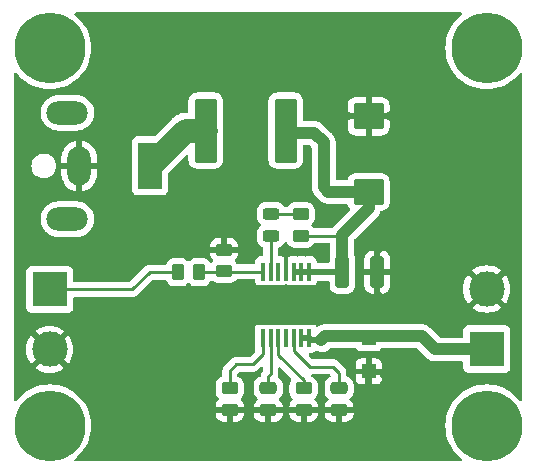
<source format=gtl>
%TF.GenerationSoftware,KiCad,Pcbnew,7.0.5-1.fc38*%
%TF.CreationDate,2023-07-21T11:59:42-04:00*%
%TF.ProjectId,driver-v0,64726976-6572-42d7-9630-2e6b69636164,rev?*%
%TF.SameCoordinates,Original*%
%TF.FileFunction,Copper,L1,Top*%
%TF.FilePolarity,Positive*%
%FSLAX46Y46*%
G04 Gerber Fmt 4.6, Leading zero omitted, Abs format (unit mm)*
G04 Created by KiCad (PCBNEW 7.0.5-1.fc38) date 2023-07-21 11:59:42*
%MOMM*%
%LPD*%
G01*
G04 APERTURE LIST*
G04 Aperture macros list*
%AMRoundRect*
0 Rectangle with rounded corners*
0 $1 Rounding radius*
0 $2 $3 $4 $5 $6 $7 $8 $9 X,Y pos of 4 corners*
0 Add a 4 corners polygon primitive as box body*
4,1,4,$2,$3,$4,$5,$6,$7,$8,$9,$2,$3,0*
0 Add four circle primitives for the rounded corners*
1,1,$1+$1,$2,$3*
1,1,$1+$1,$4,$5*
1,1,$1+$1,$6,$7*
1,1,$1+$1,$8,$9*
0 Add four rect primitives between the rounded corners*
20,1,$1+$1,$2,$3,$4,$5,0*
20,1,$1+$1,$4,$5,$6,$7,0*
20,1,$1+$1,$6,$7,$8,$9,0*
20,1,$1+$1,$8,$9,$2,$3,0*%
G04 Aperture macros list end*
%TA.AperFunction,SMDPad,CuDef*%
%ADD10RoundRect,0.250000X0.450000X-0.262500X0.450000X0.262500X-0.450000X0.262500X-0.450000X-0.262500X0*%
%TD*%
%TA.AperFunction,SMDPad,CuDef*%
%ADD11RoundRect,0.250000X-0.262500X-0.450000X0.262500X-0.450000X0.262500X0.450000X-0.262500X0.450000X0*%
%TD*%
%TA.AperFunction,SMDPad,CuDef*%
%ADD12RoundRect,0.250000X-0.325000X-1.100000X0.325000X-1.100000X0.325000X1.100000X-0.325000X1.100000X0*%
%TD*%
%TA.AperFunction,SMDPad,CuDef*%
%ADD13RoundRect,0.250000X-0.712500X-2.475000X0.712500X-2.475000X0.712500X2.475000X-0.712500X2.475000X0*%
%TD*%
%TA.AperFunction,SMDPad,CuDef*%
%ADD14RoundRect,0.250000X-0.450000X0.262500X-0.450000X-0.262500X0.450000X-0.262500X0.450000X0.262500X0*%
%TD*%
%TA.AperFunction,SMDPad,CuDef*%
%ADD15R,0.300000X1.600000*%
%TD*%
%TA.AperFunction,SMDPad,CuDef*%
%ADD16R,5.000000X3.400000*%
%TD*%
%TA.AperFunction,SMDPad,CuDef*%
%ADD17R,1.200000X1.200000*%
%TD*%
%TA.AperFunction,ComponentPad*%
%ADD18R,3.000000X3.000000*%
%TD*%
%TA.AperFunction,ComponentPad*%
%ADD19C,3.000000*%
%TD*%
%TA.AperFunction,SMDPad,CuDef*%
%ADD20RoundRect,0.243750X0.456250X-0.243750X0.456250X0.243750X-0.456250X0.243750X-0.456250X-0.243750X0*%
%TD*%
%TA.AperFunction,SMDPad,CuDef*%
%ADD21RoundRect,0.250000X0.475000X-0.250000X0.475000X0.250000X-0.475000X0.250000X-0.475000X-0.250000X0*%
%TD*%
%TA.AperFunction,ComponentPad*%
%ADD22R,2.000000X4.000000*%
%TD*%
%TA.AperFunction,ComponentPad*%
%ADD23O,2.000000X3.300000*%
%TD*%
%TA.AperFunction,ComponentPad*%
%ADD24O,3.500000X2.000000*%
%TD*%
%TA.AperFunction,SMDPad,CuDef*%
%ADD25RoundRect,0.250000X1.025000X-0.875000X1.025000X0.875000X-1.025000X0.875000X-1.025000X-0.875000X0*%
%TD*%
%TA.AperFunction,ViaPad*%
%ADD26C,0.800000*%
%TD*%
%TA.AperFunction,ViaPad*%
%ADD27C,6.000000*%
%TD*%
%TA.AperFunction,Conductor*%
%ADD28C,0.250000*%
%TD*%
%TA.AperFunction,Conductor*%
%ADD29C,1.000000*%
%TD*%
%TA.AperFunction,Conductor*%
%ADD30C,0.500000*%
%TD*%
%TA.AperFunction,Conductor*%
%ADD31C,0.300000*%
%TD*%
%TA.AperFunction,Conductor*%
%ADD32C,2.000000*%
%TD*%
G04 APERTURE END LIST*
D10*
%TO.P,R3,1*%
%TO.N,GND*%
X145250000Y-126662500D03*
%TO.P,R3,2*%
%TO.N,/duty*%
X145250000Y-124837500D03*
%TD*%
D11*
%TO.P,R1,1*%
%TO.N,/in*%
X140837500Y-115000000D03*
%TO.P,R1,2*%
%TO.N,/in_term*%
X142662500Y-115000000D03*
%TD*%
D12*
%TO.P,C3,1*%
%TO.N,+12V*%
X154775000Y-115000000D03*
%TO.P,C3,2*%
%TO.N,GND*%
X157725000Y-115000000D03*
%TD*%
D13*
%TO.P,F1,1*%
%TO.N,/12V_IN*%
X143212500Y-103000000D03*
%TO.P,F1,2*%
%TO.N,+12V*%
X149987500Y-103000000D03*
%TD*%
D14*
%TO.P,R5,1*%
%TO.N,GND*%
X144750000Y-113087500D03*
%TO.P,R5,2*%
%TO.N,/in_term*%
X144750000Y-114912500D03*
%TD*%
D15*
%TO.P,U1,1,DUTY_CYCLE_ADJ*%
%TO.N,/duty*%
X148050000Y-120550000D03*
%TO.P,U1,2,DELAY_ADJ*%
%TO.N,/delay*%
X148700000Y-120550000D03*
%TO.P,U1,3,OSC_FREQ_ADJ*%
%TO.N,/freq*%
X149350000Y-120550000D03*
%TO.P,U1,4,MASTER*%
%TO.N,unconnected-(U1-MASTER-Pad4)*%
X150000000Y-120550000D03*
%TO.P,U1,5,BOOT*%
%TO.N,Net-(U1-BOOT)*%
X150650000Y-120550000D03*
%TO.P,U1,6,OUT1*%
%TO.N,/out*%
X151300000Y-120550000D03*
%TO.P,U1,7,OUT2*%
X151950000Y-120550000D03*
%TO.P,U1,8,VPS2*%
%TO.N,+12V*%
X151950000Y-114950000D03*
%TO.P,U1,9,VPS1*%
X151300000Y-114950000D03*
%TO.P,U1,10,+VS*%
X150650000Y-114950000D03*
%TO.P,U1,11,GND*%
%TO.N,GND*%
X150000000Y-114950000D03*
%TO.P,U1,12,SYNC*%
%TO.N,unconnected-(U1-SYNC-Pad12)*%
X149350000Y-114950000D03*
%TO.P,U1,13,STATUS_OK_FLAG*%
%TO.N,/fault*%
X148700000Y-114950000D03*
%TO.P,U1,14,INPUT*%
%TO.N,/in_term*%
X148050000Y-114950000D03*
D16*
%TO.P,U1,15,EPAD*%
%TO.N,GND*%
X150000000Y-117750000D03*
%TD*%
D17*
%TO.P,D2,1,K*%
%TO.N,/out*%
X157000000Y-120600000D03*
%TO.P,D2,2,A*%
%TO.N,GND*%
X157000000Y-123400000D03*
%TD*%
D18*
%TO.P,J2,1,Pin_1*%
%TO.N,/in*%
X130000000Y-116460000D03*
D19*
%TO.P,J2,2,Pin_2*%
%TO.N,GND*%
X130000000Y-121540000D03*
%TD*%
D20*
%TO.P,D1,1,K*%
%TO.N,/fault*%
X148750000Y-111937500D03*
%TO.P,D1,2,A*%
%TO.N,Net-(D1-A)*%
X148750000Y-110062500D03*
%TD*%
D21*
%TO.P,C4,1*%
%TO.N,GND*%
X148500000Y-126700000D03*
%TO.P,C4,2*%
%TO.N,/delay*%
X148500000Y-124800000D03*
%TD*%
D10*
%TO.P,R2,1*%
%TO.N,GND*%
X151500000Y-126662500D03*
%TO.P,R2,2*%
%TO.N,/freq*%
X151500000Y-124837500D03*
%TD*%
D22*
%TO.P,J3,1*%
%TO.N,/12V_IN*%
X138500000Y-106000000D03*
D23*
%TO.P,J3,2*%
%TO.N,GND*%
X132500000Y-106000000D03*
D24*
%TO.P,J3,MP*%
%TO.N,N/C*%
X131500000Y-101500000D03*
X131500000Y-110500000D03*
%TD*%
D10*
%TO.P,R4,1*%
%TO.N,+12V*%
X151250000Y-111912500D03*
%TO.P,R4,2*%
%TO.N,Net-(D1-A)*%
X151250000Y-110087500D03*
%TD*%
D21*
%TO.P,C5,1*%
%TO.N,GND*%
X154500000Y-126700000D03*
%TO.P,C5,2*%
%TO.N,Net-(U1-BOOT)*%
X154500000Y-124800000D03*
%TD*%
D18*
%TO.P,J1,1,Pin_1*%
%TO.N,/out*%
X167000000Y-121500000D03*
D19*
%TO.P,J1,2,Pin_2*%
%TO.N,GND*%
X167000000Y-116420000D03*
%TD*%
D25*
%TO.P,C1,1*%
%TO.N,+12V*%
X157000000Y-108200000D03*
%TO.P,C1,2*%
%TO.N,GND*%
X157000000Y-101800000D03*
%TD*%
D26*
%TO.N,GND*%
X150000000Y-118500000D03*
X157800000Y-117000000D03*
D27*
%TO.N,*%
X167000000Y-128000000D03*
D26*
%TO.N,GND*%
X158800000Y-101800000D03*
X151500000Y-118500000D03*
X145250000Y-120000000D03*
X153250000Y-118750000D03*
X148500000Y-118500000D03*
X151500000Y-116750000D03*
X146500000Y-118750000D03*
X154250000Y-117750000D03*
X157800000Y-113000000D03*
X158300000Y-123600000D03*
D27*
%TO.N,*%
X130000000Y-96000000D03*
D26*
%TO.N,GND*%
X153250000Y-116750000D03*
D27*
%TO.N,*%
X130000000Y-128000000D03*
D26*
%TO.N,GND*%
X156800000Y-124900000D03*
X155200000Y-101800000D03*
X154500000Y-128000000D03*
X148500000Y-128000000D03*
D27*
%TO.N,*%
X167000000Y-96000000D03*
D26*
%TO.N,GND*%
X155250000Y-118750000D03*
X151500000Y-128000000D03*
X145250000Y-118000000D03*
X148500000Y-116750000D03*
X150000000Y-113250000D03*
X145250000Y-128000000D03*
X150000000Y-116750000D03*
X146500000Y-116750000D03*
%TD*%
D28*
%TO.N,+12V*%
X151250000Y-111912500D02*
X154200000Y-111912500D01*
D29*
X153600000Y-108200000D02*
X153200000Y-107800000D01*
X154775000Y-111825000D02*
X154775000Y-115000000D01*
X157000000Y-108200000D02*
X153600000Y-108200000D01*
X150187500Y-103200000D02*
X149987500Y-103000000D01*
D30*
X150750000Y-114950000D02*
X154825000Y-114950000D01*
D29*
X153200000Y-107800000D02*
X153200000Y-104000000D01*
D28*
X154775000Y-112487500D02*
X154200000Y-111912500D01*
D29*
X152400000Y-103200000D02*
X150187500Y-103200000D01*
X157000000Y-109600000D02*
X154775000Y-111825000D01*
X157000000Y-108200000D02*
X157000000Y-109600000D01*
X153200000Y-104000000D02*
X152400000Y-103200000D01*
D28*
X154775000Y-115000000D02*
X154775000Y-112487500D01*
%TO.N,GND*%
X156800000Y-123500000D02*
X158200000Y-123500000D01*
X150000000Y-117750000D02*
X150750000Y-117750000D01*
X157725000Y-116925000D02*
X157800000Y-117000000D01*
X148500000Y-126700000D02*
X148500000Y-128000000D01*
X157000000Y-101800000D02*
X158800000Y-101800000D01*
X145250000Y-126662500D02*
X145250000Y-128000000D01*
X156800000Y-124900000D02*
X156800000Y-123500000D01*
X157000000Y-101800000D02*
X155200000Y-101800000D01*
X151500000Y-126662500D02*
X151500000Y-128000000D01*
X157725000Y-113075000D02*
X157800000Y-113000000D01*
X150750000Y-117750000D02*
X151500000Y-118500000D01*
D31*
X150000000Y-114950000D02*
X150000000Y-113250000D01*
D28*
X158200000Y-123500000D02*
X158300000Y-123600000D01*
X154500000Y-126700000D02*
X154500000Y-128000000D01*
X157725000Y-115000000D02*
X157725000Y-116925000D01*
X157725000Y-115000000D02*
X157725000Y-113075000D01*
X150000000Y-113250000D02*
X150000000Y-113000000D01*
%TO.N,/delay*%
X148700000Y-120550000D02*
X148700000Y-123600000D01*
X148500000Y-123800000D02*
X148500000Y-124800000D01*
X148700000Y-123600000D02*
X148500000Y-123800000D01*
%TO.N,Net-(U1-BOOT)*%
X154000000Y-123000000D02*
X152000000Y-123000000D01*
X152000000Y-123000000D02*
X150650000Y-121650000D01*
X154500000Y-124800000D02*
X154500000Y-123500000D01*
X154500000Y-123500000D02*
X154000000Y-123000000D01*
X150650000Y-121650000D02*
X150650000Y-120550000D01*
%TO.N,/fault*%
X148700000Y-111987500D02*
X148700000Y-114950000D01*
X148750000Y-111937500D02*
X148700000Y-111987500D01*
%TO.N,Net-(D1-A)*%
X148750000Y-110062500D02*
X151225000Y-110062500D01*
X151225000Y-110062500D02*
X151250000Y-110087500D01*
D30*
%TO.N,/out*%
X152150000Y-120750000D02*
X151950000Y-120550000D01*
D29*
X161500000Y-120400000D02*
X153350000Y-120400000D01*
X166960000Y-121540000D02*
X162640000Y-121540000D01*
D30*
X151950000Y-120550000D02*
X151500000Y-120550000D01*
D29*
X162640000Y-121540000D02*
X161500000Y-120400000D01*
X167000000Y-121500000D02*
X166960000Y-121540000D01*
X153350000Y-120400000D02*
X153000000Y-120750000D01*
D30*
X153000000Y-120750000D02*
X152150000Y-120750000D01*
D32*
%TO.N,/12V_IN*%
X141500000Y-103000000D02*
X138500000Y-106000000D01*
X143212500Y-103000000D02*
X141500000Y-103000000D01*
D28*
%TO.N,/freq*%
X151500000Y-124150000D02*
X149350000Y-122000000D01*
X149350000Y-122000000D02*
X149350000Y-120550000D01*
X151500000Y-124837500D02*
X151500000Y-124150000D01*
%TO.N,/duty*%
X148050000Y-121950000D02*
X148050000Y-120550000D01*
X147200000Y-122800000D02*
X148050000Y-121950000D01*
X145250000Y-124837500D02*
X145250000Y-123350000D01*
X145250000Y-123350000D02*
X145800000Y-122800000D01*
X145800000Y-122800000D02*
X147200000Y-122800000D01*
%TO.N,/in*%
X140837500Y-115000000D02*
X138460000Y-115000000D01*
X138460000Y-115000000D02*
X137000000Y-116460000D01*
X137000000Y-116460000D02*
X130000000Y-116460000D01*
%TO.N,/in_term*%
X148050000Y-114950000D02*
X142712500Y-114950000D01*
X142712500Y-114950000D02*
X142662500Y-115000000D01*
%TD*%
%TA.AperFunction,Conductor*%
%TO.N,GND*%
G36*
X150056275Y-112431966D02*
G01*
X150107535Y-112479444D01*
X150113438Y-112490586D01*
X150115183Y-112494329D01*
X150115185Y-112494333D01*
X150115186Y-112494334D01*
X150207288Y-112643656D01*
X150331344Y-112767712D01*
X150480666Y-112859814D01*
X150647203Y-112914999D01*
X150749991Y-112925500D01*
X151750008Y-112925499D01*
X151750016Y-112925498D01*
X151750019Y-112925498D01*
X151806302Y-112919748D01*
X151852797Y-112914999D01*
X152019334Y-112859814D01*
X152168656Y-112767712D01*
X152292712Y-112643656D01*
X152321549Y-112596902D01*
X152373497Y-112550179D01*
X152427088Y-112538000D01*
X153650500Y-112538000D01*
X153717539Y-112557685D01*
X153763294Y-112610489D01*
X153774500Y-112662000D01*
X153774500Y-113533202D01*
X153765635Y-113573207D01*
X153767458Y-113573811D01*
X153765187Y-113580664D01*
X153765186Y-113580666D01*
X153710001Y-113747203D01*
X153710001Y-113747204D01*
X153710000Y-113747204D01*
X153699500Y-113849983D01*
X153699500Y-114075500D01*
X153679815Y-114142539D01*
X153627011Y-114188294D01*
X153575500Y-114199500D01*
X152722351Y-114199500D01*
X152655312Y-114179815D01*
X152609557Y-114127011D01*
X152599061Y-114088752D01*
X152598264Y-114081342D01*
X152594091Y-114042517D01*
X152568270Y-113973288D01*
X152543797Y-113907671D01*
X152543793Y-113907664D01*
X152457547Y-113792455D01*
X152457544Y-113792452D01*
X152342335Y-113706206D01*
X152342328Y-113706202D01*
X152207486Y-113655910D01*
X152207485Y-113655909D01*
X152207483Y-113655909D01*
X152147873Y-113649500D01*
X152147863Y-113649500D01*
X151752129Y-113649500D01*
X151752123Y-113649501D01*
X151692515Y-113655909D01*
X151668330Y-113664929D01*
X151598639Y-113669911D01*
X151581670Y-113664929D01*
X151557487Y-113655910D01*
X151557485Y-113655909D01*
X151557483Y-113655909D01*
X151497873Y-113649500D01*
X151497863Y-113649500D01*
X151102129Y-113649500D01*
X151102123Y-113649501D01*
X151042515Y-113655909D01*
X151018330Y-113664929D01*
X150948639Y-113669911D01*
X150931670Y-113664929D01*
X150907487Y-113655910D01*
X150907485Y-113655909D01*
X150907483Y-113655909D01*
X150847873Y-113649500D01*
X150847863Y-113649500D01*
X150452129Y-113649500D01*
X150452123Y-113649501D01*
X150392516Y-113655908D01*
X150367615Y-113665196D01*
X150297923Y-113670178D01*
X150280952Y-113665195D01*
X150257379Y-113656403D01*
X150257372Y-113656401D01*
X150197844Y-113650000D01*
X150150000Y-113650000D01*
X150150000Y-113741102D01*
X150130315Y-113808141D01*
X150125266Y-113815414D01*
X150099266Y-113850145D01*
X150043332Y-113892015D01*
X149973640Y-113896999D01*
X149912318Y-113863513D01*
X149900734Y-113850145D01*
X149874734Y-113815414D01*
X149850316Y-113749950D01*
X149850000Y-113741102D01*
X149850000Y-113650000D01*
X149802155Y-113650000D01*
X149742624Y-113656401D01*
X149742623Y-113656402D01*
X149719044Y-113665196D01*
X149649353Y-113670178D01*
X149632381Y-113665195D01*
X149607482Y-113655908D01*
X149607483Y-113655908D01*
X149547883Y-113649501D01*
X149547881Y-113649500D01*
X149547873Y-113649500D01*
X149547865Y-113649500D01*
X149449500Y-113649500D01*
X149382461Y-113629815D01*
X149336706Y-113577011D01*
X149325500Y-113525500D01*
X149325500Y-113015323D01*
X149345185Y-112948284D01*
X149397989Y-112902529D01*
X149410496Y-112897617D01*
X149522925Y-112860362D01*
X149671003Y-112769026D01*
X149794026Y-112646003D01*
X149885362Y-112497925D01*
X149885365Y-112497915D01*
X149888412Y-112491382D01*
X149891209Y-112492686D01*
X149923001Y-112446643D01*
X149987483Y-112419738D01*
X150056275Y-112431966D01*
G37*
%TD.AperFunction*%
%TA.AperFunction,Conductor*%
G36*
X164859215Y-93019685D02*
G01*
X164904970Y-93072489D01*
X164914914Y-93141647D01*
X164885889Y-93205203D01*
X164870212Y-93220366D01*
X164654498Y-93395047D01*
X164654490Y-93395054D01*
X164395054Y-93654490D01*
X164395047Y-93654498D01*
X164164147Y-93939635D01*
X163964320Y-94247343D01*
X163797746Y-94574260D01*
X163666260Y-94916793D01*
X163571294Y-95271209D01*
X163571294Y-95271211D01*
X163513898Y-95633594D01*
X163494696Y-95999999D01*
X163494696Y-96000000D01*
X163513898Y-96366405D01*
X163571294Y-96728788D01*
X163571294Y-96728790D01*
X163666260Y-97083206D01*
X163797746Y-97425739D01*
X163964320Y-97752656D01*
X164164147Y-98060364D01*
X164220366Y-98129788D01*
X164395051Y-98345506D01*
X164654494Y-98604949D01*
X164654498Y-98604952D01*
X164939635Y-98835852D01*
X165247343Y-99035679D01*
X165247348Y-99035682D01*
X165574264Y-99202255D01*
X165916801Y-99333742D01*
X166271206Y-99428705D01*
X166633596Y-99486102D01*
X166979734Y-99504241D01*
X166999999Y-99505304D01*
X167000000Y-99505304D01*
X167000001Y-99505304D01*
X167019202Y-99504297D01*
X167366404Y-99486102D01*
X167728794Y-99428705D01*
X168083199Y-99333742D01*
X168425736Y-99202255D01*
X168752652Y-99035682D01*
X169060366Y-98835851D01*
X169345506Y-98604949D01*
X169604949Y-98345506D01*
X169779634Y-98129787D01*
X169837121Y-98090077D01*
X169906952Y-98087749D01*
X169966956Y-98123544D01*
X169998082Y-98186098D01*
X170000000Y-98207824D01*
X170000000Y-125792175D01*
X169980315Y-125859214D01*
X169927511Y-125904969D01*
X169858353Y-125914913D01*
X169794797Y-125885888D01*
X169779634Y-125870211D01*
X169635897Y-125692712D01*
X169604949Y-125654494D01*
X169345506Y-125395051D01*
X169108095Y-125202799D01*
X169060364Y-125164147D01*
X168752656Y-124964320D01*
X168425739Y-124797746D01*
X168083206Y-124666260D01*
X168083199Y-124666258D01*
X167728794Y-124571295D01*
X167728790Y-124571294D01*
X167728789Y-124571294D01*
X167366405Y-124513898D01*
X167000001Y-124494696D01*
X166999999Y-124494696D01*
X166633594Y-124513898D01*
X166271211Y-124571294D01*
X166271209Y-124571294D01*
X165916793Y-124666260D01*
X165574260Y-124797746D01*
X165247343Y-124964320D01*
X164939635Y-125164147D01*
X164654498Y-125395047D01*
X164654490Y-125395054D01*
X164395054Y-125654490D01*
X164395047Y-125654498D01*
X164164147Y-125939635D01*
X163964320Y-126247343D01*
X163797746Y-126574260D01*
X163666260Y-126916793D01*
X163571294Y-127271209D01*
X163571294Y-127271211D01*
X163513898Y-127633594D01*
X163494696Y-127999999D01*
X163494696Y-128000000D01*
X163513898Y-128366405D01*
X163571294Y-128728788D01*
X163571294Y-128728790D01*
X163666260Y-129083206D01*
X163797746Y-129425739D01*
X163964320Y-129752656D01*
X164164147Y-130060364D01*
X164220366Y-130129788D01*
X164395051Y-130345506D01*
X164654494Y-130604949D01*
X164654498Y-130604952D01*
X164870212Y-130779634D01*
X164909923Y-130837121D01*
X164912251Y-130906952D01*
X164876456Y-130966956D01*
X164813902Y-130998082D01*
X164792176Y-131000000D01*
X132207824Y-131000000D01*
X132140785Y-130980315D01*
X132095030Y-130927511D01*
X132085086Y-130858353D01*
X132114111Y-130794797D01*
X132129788Y-130779634D01*
X132345506Y-130604949D01*
X132604949Y-130345506D01*
X132835851Y-130060366D01*
X133035682Y-129752652D01*
X133202255Y-129425736D01*
X133333742Y-129083199D01*
X133428705Y-128728794D01*
X133486102Y-128366404D01*
X133505304Y-128000000D01*
X133486102Y-127633596D01*
X133428705Y-127271206D01*
X133333742Y-126916801D01*
X133332091Y-126912500D01*
X144050001Y-126912500D01*
X144050001Y-126974986D01*
X144060494Y-127077697D01*
X144115641Y-127244119D01*
X144115643Y-127244124D01*
X144207684Y-127393345D01*
X144331654Y-127517315D01*
X144480875Y-127609356D01*
X144480880Y-127609358D01*
X144647302Y-127664505D01*
X144647309Y-127664506D01*
X144750019Y-127674999D01*
X144999999Y-127674999D01*
X145000000Y-127674998D01*
X145000000Y-126912500D01*
X145500000Y-126912500D01*
X145500000Y-127674999D01*
X145749972Y-127674999D01*
X145749986Y-127674998D01*
X145852697Y-127664505D01*
X146019119Y-127609358D01*
X146019124Y-127609356D01*
X146168345Y-127517315D01*
X146292315Y-127393345D01*
X146384356Y-127244124D01*
X146384358Y-127244119D01*
X146439505Y-127077697D01*
X146439506Y-127077690D01*
X146449999Y-126974986D01*
X146450000Y-126974973D01*
X146450000Y-126950000D01*
X147275001Y-126950000D01*
X147275001Y-126999986D01*
X147285494Y-127102697D01*
X147340641Y-127269119D01*
X147340643Y-127269124D01*
X147432684Y-127418345D01*
X147556654Y-127542315D01*
X147705875Y-127634356D01*
X147705880Y-127634358D01*
X147872302Y-127689505D01*
X147872309Y-127689506D01*
X147975019Y-127699999D01*
X148249999Y-127699999D01*
X148250000Y-127699998D01*
X148250000Y-126950000D01*
X148750000Y-126950000D01*
X148750000Y-127699999D01*
X149024972Y-127699999D01*
X149024986Y-127699998D01*
X149127697Y-127689505D01*
X149294119Y-127634358D01*
X149294124Y-127634356D01*
X149443345Y-127542315D01*
X149567315Y-127418345D01*
X149659356Y-127269124D01*
X149659358Y-127269119D01*
X149714505Y-127102697D01*
X149714506Y-127102690D01*
X149724999Y-126999986D01*
X149725000Y-126999973D01*
X149725000Y-126950000D01*
X148750000Y-126950000D01*
X148250000Y-126950000D01*
X147275001Y-126950000D01*
X146450000Y-126950000D01*
X146450000Y-126912500D01*
X150300001Y-126912500D01*
X150300001Y-126974986D01*
X150310494Y-127077697D01*
X150365641Y-127244119D01*
X150365643Y-127244124D01*
X150457684Y-127393345D01*
X150581654Y-127517315D01*
X150730875Y-127609356D01*
X150730880Y-127609358D01*
X150897302Y-127664505D01*
X150897309Y-127664506D01*
X151000019Y-127674999D01*
X151249999Y-127674999D01*
X151250000Y-127674998D01*
X151250000Y-126912500D01*
X151750000Y-126912500D01*
X151750000Y-127674999D01*
X151999972Y-127674999D01*
X151999986Y-127674998D01*
X152102697Y-127664505D01*
X152269119Y-127609358D01*
X152269124Y-127609356D01*
X152418345Y-127517315D01*
X152542315Y-127393345D01*
X152634356Y-127244124D01*
X152634358Y-127244119D01*
X152689505Y-127077697D01*
X152689506Y-127077690D01*
X152699999Y-126974986D01*
X152700000Y-126974973D01*
X152700000Y-126950000D01*
X153275001Y-126950000D01*
X153275001Y-126999986D01*
X153285494Y-127102697D01*
X153340641Y-127269119D01*
X153340643Y-127269124D01*
X153432684Y-127418345D01*
X153556654Y-127542315D01*
X153705875Y-127634356D01*
X153705880Y-127634358D01*
X153872302Y-127689505D01*
X153872309Y-127689506D01*
X153975019Y-127699999D01*
X154249999Y-127699999D01*
X154250000Y-127699998D01*
X154250000Y-126950000D01*
X154750000Y-126950000D01*
X154750000Y-127699999D01*
X155024972Y-127699999D01*
X155024986Y-127699998D01*
X155127697Y-127689505D01*
X155294119Y-127634358D01*
X155294124Y-127634356D01*
X155443345Y-127542315D01*
X155567315Y-127418345D01*
X155659356Y-127269124D01*
X155659358Y-127269119D01*
X155714505Y-127102697D01*
X155714506Y-127102690D01*
X155724999Y-126999986D01*
X155725000Y-126999973D01*
X155725000Y-126950000D01*
X154750000Y-126950000D01*
X154250000Y-126950000D01*
X153275001Y-126950000D01*
X152700000Y-126950000D01*
X152700000Y-126912500D01*
X151750000Y-126912500D01*
X151250000Y-126912500D01*
X150300001Y-126912500D01*
X146450000Y-126912500D01*
X145500000Y-126912500D01*
X145000000Y-126912500D01*
X144050001Y-126912500D01*
X133332091Y-126912500D01*
X133202255Y-126574264D01*
X133035682Y-126247348D01*
X132835851Y-125939634D01*
X132829391Y-125931657D01*
X132635897Y-125692712D01*
X132604949Y-125654494D01*
X132345506Y-125395051D01*
X132108095Y-125202799D01*
X132060364Y-125164147D01*
X132038581Y-125150001D01*
X144049500Y-125150001D01*
X144049501Y-125150019D01*
X144060000Y-125252796D01*
X144060001Y-125252799D01*
X144115185Y-125419331D01*
X144115187Y-125419336D01*
X144207289Y-125568657D01*
X144301304Y-125662672D01*
X144334789Y-125723995D01*
X144329805Y-125793687D01*
X144301305Y-125838034D01*
X144207682Y-125931657D01*
X144115643Y-126080875D01*
X144115641Y-126080880D01*
X144060494Y-126247302D01*
X144060493Y-126247309D01*
X144050000Y-126350013D01*
X144050000Y-126412500D01*
X146449999Y-126412500D01*
X146449999Y-126350028D01*
X146449998Y-126350013D01*
X146439505Y-126247302D01*
X146384358Y-126080880D01*
X146384356Y-126080875D01*
X146292315Y-125931654D01*
X146198695Y-125838034D01*
X146165210Y-125776711D01*
X146170194Y-125707019D01*
X146198691Y-125662676D01*
X146292712Y-125568656D01*
X146384814Y-125419334D01*
X146439999Y-125252797D01*
X146450500Y-125150009D01*
X146450499Y-124524992D01*
X146439999Y-124422203D01*
X146384814Y-124255666D01*
X146292712Y-124106344D01*
X146168656Y-123982288D01*
X146075888Y-123925068D01*
X146019336Y-123890187D01*
X146019335Y-123890186D01*
X146019334Y-123890186D01*
X145960493Y-123870688D01*
X145903051Y-123830916D01*
X145876228Y-123766400D01*
X145875500Y-123752983D01*
X145875500Y-123660452D01*
X145895185Y-123593413D01*
X145911814Y-123572776D01*
X146022773Y-123461817D01*
X146084095Y-123428334D01*
X146110453Y-123425500D01*
X147117257Y-123425500D01*
X147132877Y-123427224D01*
X147132904Y-123426939D01*
X147140666Y-123427673D01*
X147140666Y-123427672D01*
X147140667Y-123427673D01*
X147143999Y-123427568D01*
X147208847Y-123425531D01*
X147210794Y-123425500D01*
X147239347Y-123425500D01*
X147239350Y-123425500D01*
X147246228Y-123424630D01*
X147252041Y-123424172D01*
X147298627Y-123422709D01*
X147317869Y-123417117D01*
X147336912Y-123413174D01*
X147356792Y-123410664D01*
X147400122Y-123393507D01*
X147405646Y-123391617D01*
X147409396Y-123390527D01*
X147450390Y-123378618D01*
X147467629Y-123368422D01*
X147485103Y-123359862D01*
X147503727Y-123352488D01*
X147503727Y-123352487D01*
X147503732Y-123352486D01*
X147541449Y-123325082D01*
X147546305Y-123321892D01*
X147586420Y-123298170D01*
X147600589Y-123283999D01*
X147615379Y-123271368D01*
X147631587Y-123259594D01*
X147661299Y-123223676D01*
X147665212Y-123219376D01*
X147862820Y-123021769D01*
X147924142Y-122988285D01*
X147993834Y-122993269D01*
X148049767Y-123035141D01*
X148074184Y-123100605D01*
X148074500Y-123109451D01*
X148074500Y-123289546D01*
X148054815Y-123356585D01*
X148038181Y-123377227D01*
X148029889Y-123385519D01*
X148029877Y-123385532D01*
X148025621Y-123391017D01*
X148021837Y-123395447D01*
X147989937Y-123429418D01*
X147989936Y-123429420D01*
X147980284Y-123446976D01*
X147969610Y-123463226D01*
X147957329Y-123479061D01*
X147957324Y-123479068D01*
X147938815Y-123521838D01*
X147936245Y-123527084D01*
X147913803Y-123567906D01*
X147908822Y-123587307D01*
X147902521Y-123605710D01*
X147894562Y-123624102D01*
X147894561Y-123624105D01*
X147887271Y-123670127D01*
X147886087Y-123675846D01*
X147874501Y-123720972D01*
X147873523Y-123728718D01*
X147871911Y-123728514D01*
X147854815Y-123786738D01*
X147802011Y-123832493D01*
X147789507Y-123837403D01*
X147756962Y-123848188D01*
X147705668Y-123865185D01*
X147705663Y-123865187D01*
X147556342Y-123957289D01*
X147432289Y-124081342D01*
X147340187Y-124230663D01*
X147340185Y-124230668D01*
X147336399Y-124242093D01*
X147285001Y-124397203D01*
X147285001Y-124397204D01*
X147285000Y-124397204D01*
X147274500Y-124499983D01*
X147274500Y-125100001D01*
X147274501Y-125100019D01*
X147285000Y-125202796D01*
X147285001Y-125202799D01*
X147301569Y-125252796D01*
X147340186Y-125369334D01*
X147432288Y-125518656D01*
X147556344Y-125642712D01*
X147559628Y-125644737D01*
X147559653Y-125644753D01*
X147561445Y-125646746D01*
X147562011Y-125647193D01*
X147561934Y-125647289D01*
X147606379Y-125696699D01*
X147617603Y-125765661D01*
X147589761Y-125829744D01*
X147559665Y-125855826D01*
X147556660Y-125857679D01*
X147556655Y-125857683D01*
X147432684Y-125981654D01*
X147340643Y-126130875D01*
X147340641Y-126130880D01*
X147285494Y-126297302D01*
X147285493Y-126297309D01*
X147275000Y-126400013D01*
X147275000Y-126450000D01*
X149724999Y-126450000D01*
X149724999Y-126400028D01*
X149724998Y-126400013D01*
X149714505Y-126297302D01*
X149659358Y-126130880D01*
X149659356Y-126130875D01*
X149567315Y-125981654D01*
X149443344Y-125857683D01*
X149443341Y-125857681D01*
X149440339Y-125855829D01*
X149438713Y-125854021D01*
X149437677Y-125853202D01*
X149437817Y-125853024D01*
X149393617Y-125803880D01*
X149382397Y-125734917D01*
X149410243Y-125670836D01*
X149440344Y-125644754D01*
X149443656Y-125642712D01*
X149567712Y-125518656D01*
X149659814Y-125369334D01*
X149714999Y-125202797D01*
X149725500Y-125100009D01*
X149725499Y-124499992D01*
X149717552Y-124422200D01*
X149714999Y-124397203D01*
X149714998Y-124397200D01*
X149701739Y-124357187D01*
X149659814Y-124230666D01*
X149567712Y-124081344D01*
X149443656Y-123957288D01*
X149443656Y-123957287D01*
X149443655Y-123957287D01*
X149361863Y-123906838D01*
X149315138Y-123854890D01*
X149303915Y-123785928D01*
X149304486Y-123781902D01*
X149305436Y-123775897D01*
X149305438Y-123775895D01*
X149312726Y-123729869D01*
X149313908Y-123724162D01*
X149325500Y-123679019D01*
X149325500Y-123658982D01*
X149327027Y-123639582D01*
X149330160Y-123619804D01*
X149325775Y-123573415D01*
X149325500Y-123567577D01*
X149325500Y-123159452D01*
X149345185Y-123092413D01*
X149397989Y-123046658D01*
X149467147Y-123036714D01*
X149530703Y-123065739D01*
X149537178Y-123071768D01*
X149987247Y-123521838D01*
X150431627Y-123966218D01*
X150465112Y-124027541D01*
X150460128Y-124097233D01*
X150449487Y-124118989D01*
X150409434Y-124183926D01*
X150365187Y-124255663D01*
X150365185Y-124255666D01*
X150365186Y-124255666D01*
X150310001Y-124422203D01*
X150310001Y-124422204D01*
X150310000Y-124422204D01*
X150299500Y-124524983D01*
X150299500Y-125150001D01*
X150299501Y-125150019D01*
X150310000Y-125252796D01*
X150310001Y-125252799D01*
X150365185Y-125419331D01*
X150365187Y-125419336D01*
X150457289Y-125568657D01*
X150551304Y-125662672D01*
X150584789Y-125723995D01*
X150579805Y-125793687D01*
X150551305Y-125838034D01*
X150457682Y-125931657D01*
X150365643Y-126080875D01*
X150365641Y-126080880D01*
X150310494Y-126247302D01*
X150310493Y-126247309D01*
X150300000Y-126350013D01*
X150300000Y-126412500D01*
X152699999Y-126412500D01*
X152699999Y-126350028D01*
X152699998Y-126350013D01*
X152689505Y-126247302D01*
X152634358Y-126080880D01*
X152634356Y-126080875D01*
X152542315Y-125931654D01*
X152448695Y-125838034D01*
X152415210Y-125776711D01*
X152420194Y-125707019D01*
X152448691Y-125662676D01*
X152542712Y-125568656D01*
X152634814Y-125419334D01*
X152689999Y-125252797D01*
X152700500Y-125150009D01*
X152700499Y-124524992D01*
X152689999Y-124422203D01*
X152634814Y-124255666D01*
X152542712Y-124106344D01*
X152418656Y-123982288D01*
X152325888Y-123925068D01*
X152269336Y-123890187D01*
X152269331Y-123890185D01*
X152268204Y-123889811D01*
X152199983Y-123867205D01*
X152142539Y-123827433D01*
X152115716Y-123762917D01*
X152128031Y-123694142D01*
X152175574Y-123642942D01*
X152238988Y-123625500D01*
X153660567Y-123625500D01*
X153727606Y-123645185D01*
X153773361Y-123697989D01*
X153783305Y-123767147D01*
X153754280Y-123830703D01*
X153711015Y-123859576D01*
X153712209Y-123862136D01*
X153705663Y-123865187D01*
X153556342Y-123957289D01*
X153432289Y-124081342D01*
X153340187Y-124230663D01*
X153340185Y-124230668D01*
X153336399Y-124242093D01*
X153285001Y-124397203D01*
X153285001Y-124397204D01*
X153285000Y-124397204D01*
X153274500Y-124499983D01*
X153274500Y-125100001D01*
X153274501Y-125100019D01*
X153285000Y-125202796D01*
X153285001Y-125202799D01*
X153301569Y-125252796D01*
X153340186Y-125369334D01*
X153432288Y-125518656D01*
X153556344Y-125642712D01*
X153559628Y-125644737D01*
X153559653Y-125644753D01*
X153561445Y-125646746D01*
X153562011Y-125647193D01*
X153561934Y-125647289D01*
X153606379Y-125696699D01*
X153617603Y-125765661D01*
X153589761Y-125829744D01*
X153559665Y-125855826D01*
X153556660Y-125857679D01*
X153556655Y-125857683D01*
X153432684Y-125981654D01*
X153340643Y-126130875D01*
X153340641Y-126130880D01*
X153285494Y-126297302D01*
X153285493Y-126297309D01*
X153275000Y-126400013D01*
X153275000Y-126450000D01*
X155724999Y-126450000D01*
X155724999Y-126400028D01*
X155724998Y-126400013D01*
X155714505Y-126297302D01*
X155659358Y-126130880D01*
X155659356Y-126130875D01*
X155567315Y-125981654D01*
X155443344Y-125857683D01*
X155443341Y-125857681D01*
X155440339Y-125855829D01*
X155438713Y-125854021D01*
X155437677Y-125853202D01*
X155437817Y-125853024D01*
X155393617Y-125803880D01*
X155382397Y-125734917D01*
X155410243Y-125670836D01*
X155440344Y-125644754D01*
X155443656Y-125642712D01*
X155567712Y-125518656D01*
X155659814Y-125369334D01*
X155714999Y-125202797D01*
X155725500Y-125100009D01*
X155725499Y-124499992D01*
X155717552Y-124422200D01*
X155714999Y-124397203D01*
X155714998Y-124397200D01*
X155701739Y-124357187D01*
X155659814Y-124230666D01*
X155567712Y-124081344D01*
X155443656Y-123957288D01*
X155297609Y-123867206D01*
X155294336Y-123865187D01*
X155294331Y-123865185D01*
X155277404Y-123859576D01*
X155210495Y-123837404D01*
X155153051Y-123797632D01*
X155126228Y-123733116D01*
X155125500Y-123719699D01*
X155125500Y-123650000D01*
X155900000Y-123650000D01*
X155900000Y-124047844D01*
X155906401Y-124107372D01*
X155906403Y-124107379D01*
X155956645Y-124242086D01*
X155956649Y-124242093D01*
X156042809Y-124357187D01*
X156042812Y-124357190D01*
X156157906Y-124443350D01*
X156157913Y-124443354D01*
X156292620Y-124493596D01*
X156292627Y-124493598D01*
X156352155Y-124499999D01*
X156352172Y-124500000D01*
X156750000Y-124500000D01*
X156750000Y-123650000D01*
X157250000Y-123650000D01*
X157250000Y-124500000D01*
X157647828Y-124500000D01*
X157647844Y-124499999D01*
X157707372Y-124493598D01*
X157707379Y-124493596D01*
X157842086Y-124443354D01*
X157842093Y-124443350D01*
X157957187Y-124357190D01*
X157957190Y-124357187D01*
X158043350Y-124242093D01*
X158043354Y-124242086D01*
X158093596Y-124107379D01*
X158093598Y-124107372D01*
X158099999Y-124047844D01*
X158100000Y-124047827D01*
X158100000Y-123650000D01*
X157250000Y-123650000D01*
X156750000Y-123650000D01*
X155900000Y-123650000D01*
X155125500Y-123650000D01*
X155125500Y-123582742D01*
X155127224Y-123567122D01*
X155126939Y-123567096D01*
X155127673Y-123559333D01*
X155125531Y-123491152D01*
X155125500Y-123489205D01*
X155125500Y-123460654D01*
X155125500Y-123460650D01*
X155124631Y-123453772D01*
X155124172Y-123447943D01*
X155122709Y-123401372D01*
X155117122Y-123382144D01*
X155113174Y-123363084D01*
X155112475Y-123357546D01*
X155110664Y-123343208D01*
X155110663Y-123343206D01*
X155110663Y-123343204D01*
X155093512Y-123299887D01*
X155091619Y-123294358D01*
X155078618Y-123249609D01*
X155078616Y-123249606D01*
X155068423Y-123232371D01*
X155059861Y-123214894D01*
X155052487Y-123196270D01*
X155052486Y-123196268D01*
X155025079Y-123158545D01*
X155021888Y-123153686D01*
X155019708Y-123150000D01*
X155900000Y-123150000D01*
X156750000Y-123150000D01*
X156750000Y-122300000D01*
X157250000Y-122300000D01*
X157250000Y-123150000D01*
X158100000Y-123150000D01*
X158100000Y-122752172D01*
X158099999Y-122752155D01*
X158093598Y-122692627D01*
X158093596Y-122692620D01*
X158043354Y-122557913D01*
X158043350Y-122557906D01*
X157957190Y-122442812D01*
X157957187Y-122442809D01*
X157842093Y-122356649D01*
X157842086Y-122356645D01*
X157707379Y-122306403D01*
X157707372Y-122306401D01*
X157647844Y-122300000D01*
X157250000Y-122300000D01*
X156750000Y-122300000D01*
X156352155Y-122300000D01*
X156292627Y-122306401D01*
X156292620Y-122306403D01*
X156157913Y-122356645D01*
X156157906Y-122356649D01*
X156042812Y-122442809D01*
X156042809Y-122442812D01*
X155956649Y-122557906D01*
X155956645Y-122557913D01*
X155906403Y-122692620D01*
X155906401Y-122692627D01*
X155900000Y-122752155D01*
X155900000Y-123150000D01*
X155019708Y-123150000D01*
X155000730Y-123117908D01*
X154998172Y-123113583D01*
X154998165Y-123113574D01*
X154984006Y-123099415D01*
X154971368Y-123084619D01*
X154959594Y-123068413D01*
X154934777Y-123047883D01*
X154923688Y-123038709D01*
X154919376Y-123034786D01*
X154500805Y-122616215D01*
X154490981Y-122603952D01*
X154490760Y-122604136D01*
X154485784Y-122598121D01*
X154436066Y-122551432D01*
X154434666Y-122550075D01*
X154414476Y-122529884D01*
X154408986Y-122525625D01*
X154404561Y-122521847D01*
X154370582Y-122489938D01*
X154370580Y-122489936D01*
X154370577Y-122489935D01*
X154353029Y-122480288D01*
X154336763Y-122469604D01*
X154320933Y-122457325D01*
X154278168Y-122438818D01*
X154272922Y-122436248D01*
X154232093Y-122413803D01*
X154232092Y-122413802D01*
X154212693Y-122408822D01*
X154194281Y-122402518D01*
X154175898Y-122394562D01*
X154175892Y-122394560D01*
X154129874Y-122387272D01*
X154124152Y-122386087D01*
X154079021Y-122374500D01*
X154079019Y-122374500D01*
X154058984Y-122374500D01*
X154039586Y-122372973D01*
X154032162Y-122371797D01*
X154019805Y-122369840D01*
X154019804Y-122369840D01*
X153973416Y-122374225D01*
X153967578Y-122374500D01*
X152310453Y-122374500D01*
X152243414Y-122354815D01*
X152222772Y-122338181D01*
X151946771Y-122062180D01*
X151913286Y-122000857D01*
X151918270Y-121931165D01*
X151960142Y-121875232D01*
X152025606Y-121850815D01*
X152034443Y-121850499D01*
X152147872Y-121850499D01*
X152207483Y-121844091D01*
X152342331Y-121793796D01*
X152457546Y-121707546D01*
X152457547Y-121707544D01*
X152457549Y-121707543D01*
X152463818Y-121701275D01*
X152465100Y-121702557D01*
X152512337Y-121667190D01*
X152582028Y-121662198D01*
X152607448Y-121670690D01*
X152674732Y-121701605D01*
X152696192Y-121706585D01*
X152872945Y-121747603D01*
X153076358Y-121752757D01*
X153076358Y-121752756D01*
X153076363Y-121752757D01*
X153255853Y-121720586D01*
X153276648Y-121716859D01*
X153276648Y-121716858D01*
X153276653Y-121716858D01*
X153465617Y-121641377D01*
X153468396Y-121639546D01*
X153635516Y-121529404D01*
X153635516Y-121529403D01*
X153635519Y-121529402D01*
X153728103Y-121436817D01*
X153789424Y-121403334D01*
X153815783Y-121400500D01*
X155862820Y-121400500D01*
X155929859Y-121420185D01*
X155962085Y-121450187D01*
X156042454Y-121557546D01*
X156078448Y-121584491D01*
X156157664Y-121643793D01*
X156157671Y-121643797D01*
X156292517Y-121694091D01*
X156292516Y-121694091D01*
X156299444Y-121694835D01*
X156352127Y-121700500D01*
X157647872Y-121700499D01*
X157707483Y-121694091D01*
X157842331Y-121643796D01*
X157957546Y-121557546D01*
X158037914Y-121450188D01*
X158093847Y-121408318D01*
X158137180Y-121400500D01*
X161034217Y-121400500D01*
X161101256Y-121420185D01*
X161121898Y-121436819D01*
X161923005Y-122237926D01*
X161924070Y-122239017D01*
X161961233Y-122278112D01*
X161984939Y-122303051D01*
X161984945Y-122303056D01*
X162035295Y-122338101D01*
X162039047Y-122340929D01*
X162086592Y-122379697D01*
X162086595Y-122379698D01*
X162086597Y-122379700D01*
X162117039Y-122395601D01*
X162123753Y-122399668D01*
X162144061Y-122413803D01*
X162151947Y-122419292D01*
X162151953Y-122419296D01*
X162208331Y-122443490D01*
X162212569Y-122445502D01*
X162266951Y-122473909D01*
X162299973Y-122483356D01*
X162307365Y-122485989D01*
X162338940Y-122499539D01*
X162338941Y-122499540D01*
X162352054Y-122502234D01*
X162399055Y-122511892D01*
X162403595Y-122513006D01*
X162462582Y-122529886D01*
X162496841Y-122532494D01*
X162504609Y-122533585D01*
X162538255Y-122540500D01*
X162538259Y-122540500D01*
X162599601Y-122540500D01*
X162604308Y-122540678D01*
X162640651Y-122543446D01*
X162665475Y-122545337D01*
X162665475Y-122545336D01*
X162665476Y-122545337D01*
X162699559Y-122540996D01*
X162707389Y-122540500D01*
X164875501Y-122540500D01*
X164942540Y-122560185D01*
X164988295Y-122612989D01*
X164999501Y-122664500D01*
X164999501Y-123047876D01*
X165005908Y-123107483D01*
X165056202Y-123242328D01*
X165056206Y-123242335D01*
X165142452Y-123357544D01*
X165142455Y-123357547D01*
X165257664Y-123443793D01*
X165257671Y-123443797D01*
X165392517Y-123494091D01*
X165392516Y-123494091D01*
X165399444Y-123494835D01*
X165452127Y-123500500D01*
X168547872Y-123500499D01*
X168607483Y-123494091D01*
X168742331Y-123443796D01*
X168857546Y-123357546D01*
X168943796Y-123242331D01*
X168994091Y-123107483D01*
X169000500Y-123047873D01*
X169000499Y-119952128D01*
X168994091Y-119892517D01*
X168979425Y-119853196D01*
X168943797Y-119757671D01*
X168943793Y-119757664D01*
X168857547Y-119642455D01*
X168857544Y-119642452D01*
X168742335Y-119556206D01*
X168742328Y-119556202D01*
X168607482Y-119505908D01*
X168607483Y-119505908D01*
X168547883Y-119499501D01*
X168547881Y-119499500D01*
X168547873Y-119499500D01*
X168547864Y-119499500D01*
X165452129Y-119499500D01*
X165452123Y-119499501D01*
X165392516Y-119505908D01*
X165257671Y-119556202D01*
X165257664Y-119556206D01*
X165142455Y-119642452D01*
X165142452Y-119642455D01*
X165056206Y-119757664D01*
X165056202Y-119757671D01*
X165005908Y-119892517D01*
X164999501Y-119952116D01*
X164999501Y-119952123D01*
X164999500Y-119952135D01*
X164999500Y-120415500D01*
X164979815Y-120482539D01*
X164927011Y-120528294D01*
X164875500Y-120539500D01*
X163105783Y-120539500D01*
X163038744Y-120519815D01*
X163018102Y-120503181D01*
X162217011Y-119702091D01*
X162215914Y-119700966D01*
X162155061Y-119636949D01*
X162155060Y-119636948D01*
X162155059Y-119636947D01*
X162118833Y-119611733D01*
X162104709Y-119601902D01*
X162100946Y-119599064D01*
X162053413Y-119560305D01*
X162053406Y-119560300D01*
X162022959Y-119544397D01*
X162016251Y-119540334D01*
X161988049Y-119520705D01*
X161988046Y-119520703D01*
X161988045Y-119520703D01*
X161988041Y-119520701D01*
X161931680Y-119496514D01*
X161927424Y-119494493D01*
X161873057Y-119466094D01*
X161873050Y-119466091D01*
X161873049Y-119466091D01*
X161867008Y-119464362D01*
X161840030Y-119456642D01*
X161832630Y-119454008D01*
X161801057Y-119440459D01*
X161801058Y-119440459D01*
X161740966Y-119428109D01*
X161736391Y-119426986D01*
X161677420Y-119410113D01*
X161677425Y-119410113D01*
X161643158Y-119407503D01*
X161635380Y-119406412D01*
X161601742Y-119399500D01*
X161601741Y-119399500D01*
X161540402Y-119399500D01*
X161535695Y-119399321D01*
X161530121Y-119398896D01*
X161474524Y-119394662D01*
X161454589Y-119397201D01*
X161440440Y-119399003D01*
X161432611Y-119399500D01*
X153363493Y-119399500D01*
X153361930Y-119399480D01*
X153273637Y-119397243D01*
X153273628Y-119397243D01*
X153222476Y-119406412D01*
X153213254Y-119408064D01*
X153208595Y-119408718D01*
X153147564Y-119414925D01*
X153147562Y-119414926D01*
X153114780Y-119425210D01*
X153107156Y-119427081D01*
X153104057Y-119427637D01*
X153073349Y-119433141D01*
X153073341Y-119433143D01*
X153016382Y-119455895D01*
X153011946Y-119457474D01*
X152953415Y-119475840D01*
X152953412Y-119475841D01*
X152953410Y-119475842D01*
X152953403Y-119475845D01*
X152923384Y-119492507D01*
X152916290Y-119495876D01*
X152884390Y-119508619D01*
X152884388Y-119508619D01*
X152884383Y-119508622D01*
X152884376Y-119508626D01*
X152884377Y-119508626D01*
X152833154Y-119542383D01*
X152829126Y-119544824D01*
X152775502Y-119574588D01*
X152775499Y-119574590D01*
X152753741Y-119593268D01*
X152690051Y-119621997D01*
X152620939Y-119611733D01*
X152568348Y-119565733D01*
X152556792Y-119542512D01*
X152543797Y-119507671D01*
X152543793Y-119507664D01*
X152457547Y-119392455D01*
X152457544Y-119392452D01*
X152342335Y-119306206D01*
X152342328Y-119306202D01*
X152207486Y-119255910D01*
X152207485Y-119255909D01*
X152207483Y-119255909D01*
X152147873Y-119249500D01*
X152147863Y-119249500D01*
X151752129Y-119249500D01*
X151752123Y-119249501D01*
X151692515Y-119255909D01*
X151668330Y-119264929D01*
X151598639Y-119269911D01*
X151581670Y-119264929D01*
X151557487Y-119255910D01*
X151557485Y-119255909D01*
X151557483Y-119255909D01*
X151497873Y-119249500D01*
X151497863Y-119249500D01*
X151102129Y-119249500D01*
X151102123Y-119249501D01*
X151042515Y-119255909D01*
X151018330Y-119264929D01*
X150948639Y-119269911D01*
X150931670Y-119264929D01*
X150907487Y-119255910D01*
X150907485Y-119255909D01*
X150907483Y-119255909D01*
X150847873Y-119249500D01*
X150847863Y-119249500D01*
X150452129Y-119249500D01*
X150452123Y-119249501D01*
X150392513Y-119255909D01*
X150368328Y-119264929D01*
X150298636Y-119269911D01*
X150281667Y-119264929D01*
X150257484Y-119255909D01*
X150252063Y-119255326D01*
X150197873Y-119249500D01*
X150197863Y-119249500D01*
X149802129Y-119249500D01*
X149802123Y-119249501D01*
X149742515Y-119255909D01*
X149718330Y-119264929D01*
X149648639Y-119269911D01*
X149631670Y-119264929D01*
X149607487Y-119255910D01*
X149607485Y-119255909D01*
X149607483Y-119255909D01*
X149547873Y-119249500D01*
X149547863Y-119249500D01*
X149152129Y-119249500D01*
X149152123Y-119249501D01*
X149092515Y-119255909D01*
X149068330Y-119264929D01*
X148998639Y-119269911D01*
X148981670Y-119264929D01*
X148957487Y-119255910D01*
X148957485Y-119255909D01*
X148957483Y-119255909D01*
X148897873Y-119249500D01*
X148897863Y-119249500D01*
X148502129Y-119249500D01*
X148502123Y-119249501D01*
X148442513Y-119255909D01*
X148418328Y-119264929D01*
X148348636Y-119269911D01*
X148331667Y-119264929D01*
X148307484Y-119255909D01*
X148302063Y-119255326D01*
X148247873Y-119249500D01*
X148247863Y-119249500D01*
X147852129Y-119249500D01*
X147852123Y-119249501D01*
X147792516Y-119255908D01*
X147657671Y-119306202D01*
X147657664Y-119306206D01*
X147542455Y-119392452D01*
X147542452Y-119392455D01*
X147456206Y-119507664D01*
X147456202Y-119507671D01*
X147405908Y-119642517D01*
X147399501Y-119702116D01*
X147399500Y-119702135D01*
X147399500Y-121397870D01*
X147399501Y-121397876D01*
X147405908Y-121457481D01*
X147416682Y-121486366D01*
X147424500Y-121529700D01*
X147424500Y-121639546D01*
X147404815Y-121706585D01*
X147388181Y-121727227D01*
X146977228Y-122138181D01*
X146915905Y-122171666D01*
X146889547Y-122174500D01*
X145882737Y-122174500D01*
X145867120Y-122172776D01*
X145867093Y-122173062D01*
X145859331Y-122172327D01*
X145791171Y-122174469D01*
X145789224Y-122174500D01*
X145760650Y-122174500D01*
X145759929Y-122174590D01*
X145753757Y-122175369D01*
X145747945Y-122175826D01*
X145701372Y-122177290D01*
X145701369Y-122177291D01*
X145682126Y-122182881D01*
X145663083Y-122186825D01*
X145643204Y-122189336D01*
X145643203Y-122189337D01*
X145599878Y-122206490D01*
X145594352Y-122208382D01*
X145549608Y-122221383D01*
X145549604Y-122221385D01*
X145532365Y-122231580D01*
X145514898Y-122240137D01*
X145496269Y-122247512D01*
X145496267Y-122247513D01*
X145458564Y-122274906D01*
X145453682Y-122278112D01*
X145413580Y-122301828D01*
X145399408Y-122316000D01*
X145384623Y-122328628D01*
X145369739Y-122339443D01*
X145368412Y-122340407D01*
X145338709Y-122376310D01*
X145334777Y-122380631D01*
X144866208Y-122849199D01*
X144853951Y-122859020D01*
X144854134Y-122859241D01*
X144848122Y-122864214D01*
X144801432Y-122913932D01*
X144800079Y-122915329D01*
X144779889Y-122935519D01*
X144779877Y-122935532D01*
X144775621Y-122941017D01*
X144771837Y-122945447D01*
X144739937Y-122979418D01*
X144739936Y-122979420D01*
X144730284Y-122996976D01*
X144719610Y-123013226D01*
X144707329Y-123029061D01*
X144707324Y-123029068D01*
X144688815Y-123071838D01*
X144686245Y-123077084D01*
X144663803Y-123117906D01*
X144658822Y-123137307D01*
X144652521Y-123155710D01*
X144644562Y-123174102D01*
X144644561Y-123174105D01*
X144637271Y-123220127D01*
X144636087Y-123225846D01*
X144624501Y-123270972D01*
X144624500Y-123270982D01*
X144624500Y-123291016D01*
X144622973Y-123310415D01*
X144619840Y-123330194D01*
X144619840Y-123330195D01*
X144624225Y-123376583D01*
X144624500Y-123382421D01*
X144624500Y-123752983D01*
X144604815Y-123820022D01*
X144552011Y-123865777D01*
X144539510Y-123870686D01*
X144480669Y-123890185D01*
X144480666Y-123890186D01*
X144480663Y-123890187D01*
X144331342Y-123982289D01*
X144207289Y-124106342D01*
X144115187Y-124255663D01*
X144115185Y-124255666D01*
X144115186Y-124255666D01*
X144060001Y-124422203D01*
X144060001Y-124422204D01*
X144060000Y-124422204D01*
X144049500Y-124524983D01*
X144049500Y-125150001D01*
X132038581Y-125150001D01*
X131752656Y-124964320D01*
X131425739Y-124797746D01*
X131083206Y-124666260D01*
X131083199Y-124666258D01*
X130728794Y-124571295D01*
X130728790Y-124571294D01*
X130728789Y-124571294D01*
X130366405Y-124513898D01*
X130000001Y-124494696D01*
X129999999Y-124494696D01*
X129633594Y-124513898D01*
X129271211Y-124571294D01*
X129271209Y-124571294D01*
X128916793Y-124666260D01*
X128574260Y-124797746D01*
X128247343Y-124964320D01*
X127939635Y-125164147D01*
X127654498Y-125395047D01*
X127654490Y-125395054D01*
X127395054Y-125654490D01*
X127395047Y-125654498D01*
X127220366Y-125870211D01*
X127162879Y-125909922D01*
X127093048Y-125912250D01*
X127033044Y-125876454D01*
X127001918Y-125813901D01*
X127000000Y-125792175D01*
X127000000Y-121540001D01*
X127994891Y-121540001D01*
X128015300Y-121825362D01*
X128076109Y-122104895D01*
X128176091Y-122372958D01*
X128313191Y-122624038D01*
X128313196Y-122624046D01*
X128419882Y-122766561D01*
X128419883Y-122766562D01*
X129315195Y-121871250D01*
X129337340Y-121922587D01*
X129443433Y-122065094D01*
X129579530Y-122179294D01*
X129669216Y-122224335D01*
X128773436Y-123120115D01*
X128915960Y-123226807D01*
X128915961Y-123226808D01*
X129167042Y-123363908D01*
X129167041Y-123363908D01*
X129435104Y-123463890D01*
X129714637Y-123524699D01*
X129999999Y-123545109D01*
X130000001Y-123545109D01*
X130285362Y-123524699D01*
X130564895Y-123463890D01*
X130832958Y-123363908D01*
X131084047Y-123226803D01*
X131226561Y-123120116D01*
X131226562Y-123120115D01*
X130333748Y-122227300D01*
X130343409Y-122223784D01*
X130491844Y-122126157D01*
X130613764Y-121996930D01*
X130685768Y-121872215D01*
X131580115Y-122766562D01*
X131580116Y-122766561D01*
X131686803Y-122624047D01*
X131823908Y-122372958D01*
X131923890Y-122104895D01*
X131984699Y-121825362D01*
X132005108Y-121540001D01*
X132005108Y-121539998D01*
X131984699Y-121254637D01*
X131923890Y-120975104D01*
X131823908Y-120707041D01*
X131686808Y-120455961D01*
X131686807Y-120455960D01*
X131580115Y-120313436D01*
X130684803Y-121208747D01*
X130662660Y-121157413D01*
X130556567Y-121014906D01*
X130420470Y-120900706D01*
X130330781Y-120855663D01*
X131226562Y-119959883D01*
X131226561Y-119959882D01*
X131084046Y-119853196D01*
X131084038Y-119853191D01*
X130832957Y-119716091D01*
X130832958Y-119716091D01*
X130564895Y-119616109D01*
X130285362Y-119555300D01*
X130000001Y-119534891D01*
X129999999Y-119534891D01*
X129714637Y-119555300D01*
X129435104Y-119616109D01*
X129167041Y-119716091D01*
X128915961Y-119853191D01*
X128915953Y-119853196D01*
X128773436Y-119959882D01*
X128773436Y-119959883D01*
X129666251Y-120852699D01*
X129656591Y-120856216D01*
X129508156Y-120953843D01*
X129386236Y-121083070D01*
X129314231Y-121207784D01*
X128419883Y-120313436D01*
X128419882Y-120313437D01*
X128313196Y-120455953D01*
X128313191Y-120455961D01*
X128176091Y-120707041D01*
X128076109Y-120975104D01*
X128015300Y-121254637D01*
X127994891Y-121539998D01*
X127994891Y-121540001D01*
X127000000Y-121540001D01*
X127000000Y-118007870D01*
X127999500Y-118007870D01*
X127999501Y-118007876D01*
X128005908Y-118067483D01*
X128056202Y-118202328D01*
X128056206Y-118202335D01*
X128142452Y-118317544D01*
X128142455Y-118317547D01*
X128257664Y-118403793D01*
X128257671Y-118403797D01*
X128392517Y-118454091D01*
X128392516Y-118454091D01*
X128399444Y-118454835D01*
X128452127Y-118460500D01*
X131547872Y-118460499D01*
X131607483Y-118454091D01*
X131742331Y-118403796D01*
X131857546Y-118317546D01*
X131943796Y-118202331D01*
X131994091Y-118067483D01*
X132000500Y-118007873D01*
X132000500Y-117209499D01*
X132020185Y-117142461D01*
X132072989Y-117096706D01*
X132124500Y-117085500D01*
X136917257Y-117085500D01*
X136932877Y-117087224D01*
X136932904Y-117086939D01*
X136940666Y-117087673D01*
X136940666Y-117087672D01*
X136940667Y-117087673D01*
X136943999Y-117087568D01*
X137008847Y-117085531D01*
X137010794Y-117085500D01*
X137039347Y-117085500D01*
X137039350Y-117085500D01*
X137046228Y-117084630D01*
X137052041Y-117084172D01*
X137098627Y-117082709D01*
X137117869Y-117077117D01*
X137136912Y-117073174D01*
X137156792Y-117070664D01*
X137200122Y-117053507D01*
X137205646Y-117051617D01*
X137209396Y-117050527D01*
X137250390Y-117038618D01*
X137267629Y-117028422D01*
X137285103Y-117019862D01*
X137303727Y-117012488D01*
X137303727Y-117012487D01*
X137303732Y-117012486D01*
X137341449Y-116985082D01*
X137346305Y-116981892D01*
X137386420Y-116958170D01*
X137400589Y-116943999D01*
X137415379Y-116931368D01*
X137431587Y-116919594D01*
X137461299Y-116883676D01*
X137465212Y-116879376D01*
X138682770Y-115661819D01*
X138744094Y-115628334D01*
X138770452Y-115625500D01*
X139752983Y-115625500D01*
X139820022Y-115645185D01*
X139865777Y-115697989D01*
X139870686Y-115710489D01*
X139890186Y-115769334D01*
X139982288Y-115918656D01*
X140106344Y-116042712D01*
X140255666Y-116134814D01*
X140422203Y-116189999D01*
X140524991Y-116200500D01*
X141150008Y-116200499D01*
X141150016Y-116200498D01*
X141150019Y-116200498D01*
X141215617Y-116193797D01*
X141252797Y-116189999D01*
X141419334Y-116134814D01*
X141568656Y-116042712D01*
X141662321Y-115949046D01*
X141723640Y-115915563D01*
X141793331Y-115920547D01*
X141837680Y-115949048D01*
X141931344Y-116042712D01*
X142080666Y-116134814D01*
X142247203Y-116189999D01*
X142349991Y-116200500D01*
X142975008Y-116200499D01*
X142975016Y-116200498D01*
X142975019Y-116200498D01*
X143040617Y-116193797D01*
X143077797Y-116189999D01*
X143244334Y-116134814D01*
X143393656Y-116042712D01*
X143517712Y-115918656D01*
X143609814Y-115769334D01*
X143609815Y-115769329D01*
X143612616Y-115764789D01*
X143664563Y-115718064D01*
X143733526Y-115706841D01*
X143797608Y-115734684D01*
X143805836Y-115742204D01*
X143831344Y-115767712D01*
X143980666Y-115859814D01*
X144147203Y-115914999D01*
X144249991Y-115925500D01*
X145250008Y-115925499D01*
X145250016Y-115925498D01*
X145250019Y-115925498D01*
X145317007Y-115918655D01*
X145352797Y-115914999D01*
X145519334Y-115859814D01*
X145668656Y-115767712D01*
X145792712Y-115643656D01*
X145798419Y-115634402D01*
X145850368Y-115587678D01*
X145903958Y-115575500D01*
X147275501Y-115575500D01*
X147342540Y-115595185D01*
X147388295Y-115647989D01*
X147399501Y-115699500D01*
X147399501Y-115797876D01*
X147405908Y-115857483D01*
X147456202Y-115992328D01*
X147456206Y-115992335D01*
X147542452Y-116107544D01*
X147542455Y-116107547D01*
X147657664Y-116193793D01*
X147657671Y-116193797D01*
X147702618Y-116210560D01*
X147792517Y-116244091D01*
X147852127Y-116250500D01*
X148247872Y-116250499D01*
X148307483Y-116244091D01*
X148331663Y-116235071D01*
X148401353Y-116230085D01*
X148418329Y-116235069D01*
X148442517Y-116244091D01*
X148502127Y-116250500D01*
X148897872Y-116250499D01*
X148957483Y-116244091D01*
X148981663Y-116235071D01*
X149051353Y-116230085D01*
X149068329Y-116235069D01*
X149092517Y-116244091D01*
X149152127Y-116250500D01*
X149547872Y-116250499D01*
X149607483Y-116244091D01*
X149632380Y-116234804D01*
X149702070Y-116229819D01*
X149719049Y-116234805D01*
X149742619Y-116243596D01*
X149742627Y-116243598D01*
X149802155Y-116249999D01*
X149802172Y-116250000D01*
X149850000Y-116250000D01*
X149850000Y-116158897D01*
X149869685Y-116091858D01*
X149874726Y-116084596D01*
X149900734Y-116049853D01*
X149956668Y-116007984D01*
X150026360Y-116003000D01*
X150087682Y-116036486D01*
X150099264Y-116049851D01*
X150125266Y-116084586D01*
X150149684Y-116150049D01*
X150150000Y-116158897D01*
X150150000Y-116250000D01*
X150197828Y-116250000D01*
X150197844Y-116249999D01*
X150257372Y-116243598D01*
X150257375Y-116243597D01*
X150280949Y-116234805D01*
X150350640Y-116229819D01*
X150367619Y-116234805D01*
X150392511Y-116244089D01*
X150392517Y-116244091D01*
X150452127Y-116250500D01*
X150847872Y-116250499D01*
X150907483Y-116244091D01*
X150931663Y-116235071D01*
X151001353Y-116230085D01*
X151018329Y-116235069D01*
X151042517Y-116244091D01*
X151102127Y-116250500D01*
X151497872Y-116250499D01*
X151557483Y-116244091D01*
X151581663Y-116235071D01*
X151651353Y-116230085D01*
X151668329Y-116235069D01*
X151692517Y-116244091D01*
X151752127Y-116250500D01*
X152147872Y-116250499D01*
X152207483Y-116244091D01*
X152342331Y-116193796D01*
X152457546Y-116107546D01*
X152543796Y-115992331D01*
X152594091Y-115857483D01*
X152599062Y-115811242D01*
X152625799Y-115746694D01*
X152683191Y-115706846D01*
X152722351Y-115700500D01*
X153575501Y-115700500D01*
X153642540Y-115720185D01*
X153688295Y-115772989D01*
X153699501Y-115824500D01*
X153699501Y-116150018D01*
X153710000Y-116252796D01*
X153710001Y-116252799D01*
X153765185Y-116419331D01*
X153765187Y-116419336D01*
X153765596Y-116419999D01*
X153857288Y-116568656D01*
X153981344Y-116692712D01*
X154130666Y-116784814D01*
X154297203Y-116839999D01*
X154399991Y-116850500D01*
X155150008Y-116850499D01*
X155150016Y-116850498D01*
X155150019Y-116850498D01*
X155206302Y-116844748D01*
X155252797Y-116839999D01*
X155419334Y-116784814D01*
X155568656Y-116692712D01*
X155692712Y-116568656D01*
X155784814Y-116419334D01*
X155839999Y-116252797D01*
X155850500Y-116150009D01*
X155850499Y-115250000D01*
X156650001Y-115250000D01*
X156650001Y-116149986D01*
X156660494Y-116252697D01*
X156715641Y-116419119D01*
X156715643Y-116419124D01*
X156807684Y-116568345D01*
X156931654Y-116692315D01*
X157080875Y-116784356D01*
X157080880Y-116784358D01*
X157247302Y-116839505D01*
X157247309Y-116839506D01*
X157350019Y-116849999D01*
X157474999Y-116849999D01*
X157475000Y-116849998D01*
X157475000Y-115250000D01*
X157975000Y-115250000D01*
X157975000Y-116849999D01*
X158099972Y-116849999D01*
X158099986Y-116849998D01*
X158202697Y-116839505D01*
X158369119Y-116784358D01*
X158369124Y-116784356D01*
X158518345Y-116692315D01*
X158642315Y-116568345D01*
X158733815Y-116420001D01*
X164994891Y-116420001D01*
X165015300Y-116705362D01*
X165076109Y-116984895D01*
X165176091Y-117252958D01*
X165313191Y-117504038D01*
X165313196Y-117504046D01*
X165419882Y-117646561D01*
X165419883Y-117646562D01*
X166315195Y-116751250D01*
X166337340Y-116802587D01*
X166443433Y-116945094D01*
X166579530Y-117059294D01*
X166669216Y-117104335D01*
X165773436Y-118000115D01*
X165915960Y-118106807D01*
X165915961Y-118106808D01*
X166167042Y-118243908D01*
X166167041Y-118243908D01*
X166435104Y-118343890D01*
X166714637Y-118404699D01*
X166999999Y-118425109D01*
X167000001Y-118425109D01*
X167285362Y-118404699D01*
X167564895Y-118343890D01*
X167832958Y-118243908D01*
X168084047Y-118106803D01*
X168226561Y-118000116D01*
X168226562Y-118000115D01*
X167333748Y-117107300D01*
X167343409Y-117103784D01*
X167491844Y-117006157D01*
X167613764Y-116876930D01*
X167685768Y-116752215D01*
X168580115Y-117646562D01*
X168580116Y-117646561D01*
X168686803Y-117504047D01*
X168823908Y-117252958D01*
X168923890Y-116984895D01*
X168984699Y-116705362D01*
X169005109Y-116420001D01*
X169005109Y-116419998D01*
X168984699Y-116134637D01*
X168923890Y-115855104D01*
X168823908Y-115587041D01*
X168686808Y-115335961D01*
X168686807Y-115335960D01*
X168580115Y-115193436D01*
X167684803Y-116088747D01*
X167662660Y-116037413D01*
X167556567Y-115894906D01*
X167420470Y-115780706D01*
X167330782Y-115735663D01*
X168226562Y-114839883D01*
X168226561Y-114839882D01*
X168084046Y-114733196D01*
X168084038Y-114733191D01*
X167832957Y-114596091D01*
X167832958Y-114596091D01*
X167564895Y-114496109D01*
X167285362Y-114435300D01*
X167000001Y-114414891D01*
X166999999Y-114414891D01*
X166714637Y-114435300D01*
X166435104Y-114496109D01*
X166167041Y-114596091D01*
X165915961Y-114733191D01*
X165915953Y-114733196D01*
X165773437Y-114839882D01*
X165773436Y-114839883D01*
X166666252Y-115732699D01*
X166656591Y-115736216D01*
X166508156Y-115833843D01*
X166386236Y-115963070D01*
X166314231Y-116087784D01*
X165419883Y-115193436D01*
X165419882Y-115193437D01*
X165313196Y-115335953D01*
X165313191Y-115335961D01*
X165176091Y-115587041D01*
X165076109Y-115855104D01*
X165015300Y-116134637D01*
X164994891Y-116419998D01*
X164994891Y-116420001D01*
X158733815Y-116420001D01*
X158734356Y-116419124D01*
X158734358Y-116419119D01*
X158789505Y-116252697D01*
X158789506Y-116252690D01*
X158799999Y-116149986D01*
X158800000Y-116149973D01*
X158800000Y-115250000D01*
X157975000Y-115250000D01*
X157475000Y-115250000D01*
X156650001Y-115250000D01*
X155850499Y-115250000D01*
X155850499Y-114750000D01*
X156650000Y-114750000D01*
X157475000Y-114750000D01*
X157475000Y-113150000D01*
X157975000Y-113150000D01*
X157975000Y-114750000D01*
X158799999Y-114750000D01*
X158799999Y-113850028D01*
X158799998Y-113850013D01*
X158789505Y-113747302D01*
X158734358Y-113580880D01*
X158734356Y-113580875D01*
X158642315Y-113431654D01*
X158518345Y-113307684D01*
X158369124Y-113215643D01*
X158369119Y-113215641D01*
X158202697Y-113160494D01*
X158202690Y-113160493D01*
X158099986Y-113150000D01*
X157975000Y-113150000D01*
X157475000Y-113150000D01*
X157350027Y-113150000D01*
X157350012Y-113150001D01*
X157247302Y-113160494D01*
X157080880Y-113215641D01*
X157080875Y-113215643D01*
X156931654Y-113307684D01*
X156807684Y-113431654D01*
X156715643Y-113580875D01*
X156715641Y-113580880D01*
X156660494Y-113747302D01*
X156660493Y-113747309D01*
X156650000Y-113850013D01*
X156650000Y-114750000D01*
X155850499Y-114750000D01*
X155850499Y-113849992D01*
X155839999Y-113747203D01*
X155784814Y-113580666D01*
X155784813Y-113580664D01*
X155782542Y-113573811D01*
X155784364Y-113573207D01*
X155775500Y-113533202D01*
X155775500Y-112290781D01*
X155795185Y-112223742D01*
X155811814Y-112203105D01*
X157697982Y-110316936D01*
X157698995Y-110315949D01*
X157763053Y-110255059D01*
X157798099Y-110204706D01*
X157800938Y-110200941D01*
X157804612Y-110196435D01*
X157839698Y-110153407D01*
X157855601Y-110122960D01*
X157859674Y-110116239D01*
X157864489Y-110109320D01*
X157879295Y-110088049D01*
X157903492Y-110031660D01*
X157905498Y-110027435D01*
X157933909Y-109973049D01*
X157943357Y-109940022D01*
X157945988Y-109932633D01*
X157959540Y-109901058D01*
X157959740Y-109900593D01*
X158004269Y-109846752D01*
X158070839Y-109825532D01*
X158073688Y-109825499D01*
X158075002Y-109825499D01*
X158075008Y-109825499D01*
X158177797Y-109814999D01*
X158344334Y-109759814D01*
X158493656Y-109667712D01*
X158617712Y-109543656D01*
X158709814Y-109394334D01*
X158764999Y-109227797D01*
X158775500Y-109125009D01*
X158775499Y-107274992D01*
X158764999Y-107172203D01*
X158709814Y-107005666D01*
X158617712Y-106856344D01*
X158493656Y-106732288D01*
X158344334Y-106640186D01*
X158177797Y-106585001D01*
X158177795Y-106585000D01*
X158075010Y-106574500D01*
X155924998Y-106574500D01*
X155924981Y-106574501D01*
X155822203Y-106585000D01*
X155822200Y-106585001D01*
X155655668Y-106640185D01*
X155655663Y-106640187D01*
X155506342Y-106732289D01*
X155382289Y-106856342D01*
X155290187Y-107005663D01*
X155290185Y-107005668D01*
X155254121Y-107114504D01*
X155214348Y-107171949D01*
X155149833Y-107198772D01*
X155136415Y-107199500D01*
X154324500Y-107199500D01*
X154257461Y-107179815D01*
X154211706Y-107127011D01*
X154200500Y-107075500D01*
X154200500Y-104013491D01*
X154200520Y-104011921D01*
X154202757Y-103923641D01*
X154202756Y-103923640D01*
X154202757Y-103923637D01*
X154191933Y-103863249D01*
X154191280Y-103858587D01*
X154185074Y-103797563D01*
X154185074Y-103797562D01*
X154174784Y-103764768D01*
X154172917Y-103757155D01*
X154166858Y-103723348D01*
X154166858Y-103723347D01*
X154144095Y-103666361D01*
X154142527Y-103661955D01*
X154133367Y-103632760D01*
X154124161Y-103603416D01*
X154124160Y-103603414D01*
X154107492Y-103573385D01*
X154104124Y-103566295D01*
X154091378Y-103534383D01*
X154057612Y-103483150D01*
X154055183Y-103479142D01*
X154025409Y-103425498D01*
X154003034Y-103399434D01*
X153998306Y-103393163D01*
X153979404Y-103364484D01*
X153979399Y-103364478D01*
X153953853Y-103338933D01*
X153936019Y-103321099D01*
X153932828Y-103317655D01*
X153892865Y-103271104D01*
X153865694Y-103250072D01*
X153859807Y-103244887D01*
X153116973Y-102502053D01*
X153115915Y-102500967D01*
X153055061Y-102436949D01*
X153055060Y-102436948D01*
X153055059Y-102436947D01*
X153027204Y-102417559D01*
X153004709Y-102401902D01*
X153000946Y-102399064D01*
X152953413Y-102360305D01*
X152953406Y-102360300D01*
X152922959Y-102344397D01*
X152916251Y-102340334D01*
X152888049Y-102320705D01*
X152888046Y-102320703D01*
X152888045Y-102320703D01*
X152888041Y-102320701D01*
X152831680Y-102296514D01*
X152827424Y-102294493D01*
X152773057Y-102266094D01*
X152773050Y-102266091D01*
X152773049Y-102266091D01*
X152767008Y-102264362D01*
X152740030Y-102256642D01*
X152732630Y-102254008D01*
X152701057Y-102240459D01*
X152701058Y-102240459D01*
X152640966Y-102228109D01*
X152636391Y-102226986D01*
X152577420Y-102210113D01*
X152577425Y-102210113D01*
X152543158Y-102207503D01*
X152535380Y-102206412D01*
X152501742Y-102199500D01*
X152501741Y-102199500D01*
X152440402Y-102199500D01*
X152435695Y-102199321D01*
X152430121Y-102198896D01*
X152374524Y-102194662D01*
X152354589Y-102197201D01*
X152340440Y-102199003D01*
X152332611Y-102199500D01*
X151574499Y-102199500D01*
X151507460Y-102179815D01*
X151461705Y-102127011D01*
X151450499Y-102075500D01*
X151450499Y-102050000D01*
X155225001Y-102050000D01*
X155225001Y-102724986D01*
X155235494Y-102827697D01*
X155290641Y-102994119D01*
X155290643Y-102994124D01*
X155382684Y-103143345D01*
X155506654Y-103267315D01*
X155655875Y-103359356D01*
X155655880Y-103359358D01*
X155822302Y-103414505D01*
X155822309Y-103414506D01*
X155925019Y-103424999D01*
X156749999Y-103424999D01*
X156750000Y-103424998D01*
X156750000Y-102050000D01*
X157250000Y-102050000D01*
X157250000Y-103424999D01*
X158074972Y-103424999D01*
X158074986Y-103424998D01*
X158177697Y-103414505D01*
X158344119Y-103359358D01*
X158344124Y-103359356D01*
X158493345Y-103267315D01*
X158617315Y-103143345D01*
X158709356Y-102994124D01*
X158709358Y-102994119D01*
X158764505Y-102827697D01*
X158764506Y-102827690D01*
X158774999Y-102724986D01*
X158775000Y-102724973D01*
X158775000Y-102050000D01*
X157250000Y-102050000D01*
X156750000Y-102050000D01*
X155225001Y-102050000D01*
X151450499Y-102050000D01*
X151450499Y-101550000D01*
X155225000Y-101550000D01*
X156750000Y-101550000D01*
X156750000Y-100175000D01*
X157250000Y-100175000D01*
X157250000Y-101550000D01*
X158774999Y-101550000D01*
X158774999Y-100875028D01*
X158774998Y-100875013D01*
X158764505Y-100772302D01*
X158709358Y-100605880D01*
X158709356Y-100605875D01*
X158617315Y-100456654D01*
X158493345Y-100332684D01*
X158344124Y-100240643D01*
X158344119Y-100240641D01*
X158177697Y-100185494D01*
X158177690Y-100185493D01*
X158074986Y-100175000D01*
X157250000Y-100175000D01*
X156750000Y-100175000D01*
X155925028Y-100175000D01*
X155925012Y-100175001D01*
X155822302Y-100185494D01*
X155655880Y-100240641D01*
X155655875Y-100240643D01*
X155506654Y-100332684D01*
X155382684Y-100456654D01*
X155290643Y-100605875D01*
X155290641Y-100605880D01*
X155235494Y-100772302D01*
X155235493Y-100772309D01*
X155225000Y-100875013D01*
X155225000Y-101550000D01*
X151450499Y-101550000D01*
X151450499Y-100474998D01*
X151450498Y-100474981D01*
X151439999Y-100372203D01*
X151439998Y-100372200D01*
X151396404Y-100240643D01*
X151384814Y-100205666D01*
X151292712Y-100056344D01*
X151168656Y-99932288D01*
X151019334Y-99840186D01*
X150852797Y-99785001D01*
X150852795Y-99785000D01*
X150750010Y-99774500D01*
X149224998Y-99774500D01*
X149224981Y-99774501D01*
X149122203Y-99785000D01*
X149122200Y-99785001D01*
X148955668Y-99840185D01*
X148955663Y-99840187D01*
X148806342Y-99932289D01*
X148682289Y-100056342D01*
X148590187Y-100205663D01*
X148590185Y-100205666D01*
X148590186Y-100205666D01*
X148535001Y-100372203D01*
X148535001Y-100372204D01*
X148535000Y-100372204D01*
X148524500Y-100474983D01*
X148524500Y-105525001D01*
X148524501Y-105525018D01*
X148535000Y-105627796D01*
X148535001Y-105627799D01*
X148575495Y-105750000D01*
X148590186Y-105794334D01*
X148682288Y-105943656D01*
X148806344Y-106067712D01*
X148955666Y-106159814D01*
X149122203Y-106214999D01*
X149224991Y-106225500D01*
X150750008Y-106225499D01*
X150852797Y-106214999D01*
X151019334Y-106159814D01*
X151168656Y-106067712D01*
X151292712Y-105943656D01*
X151384814Y-105794334D01*
X151439999Y-105627797D01*
X151450500Y-105525009D01*
X151450500Y-104324499D01*
X151470185Y-104257461D01*
X151522989Y-104211706D01*
X151574500Y-104200500D01*
X151934217Y-104200500D01*
X152001256Y-104220185D01*
X152021893Y-104236814D01*
X152163182Y-104378102D01*
X152196666Y-104439423D01*
X152199500Y-104465782D01*
X152199500Y-107786506D01*
X152199480Y-107788076D01*
X152197243Y-107876362D01*
X152197243Y-107876370D01*
X152208064Y-107936739D01*
X152208718Y-107941404D01*
X152214925Y-108002430D01*
X152214927Y-108002444D01*
X152225208Y-108035213D01*
X152227079Y-108042837D01*
X152233142Y-108076652D01*
X152233142Y-108076655D01*
X152255894Y-108133612D01*
X152257474Y-108138051D01*
X152275841Y-108196588D01*
X152275844Y-108196595D01*
X152292509Y-108226619D01*
X152295879Y-108233714D01*
X152308622Y-108265614D01*
X152308627Y-108265624D01*
X152342377Y-108316833D01*
X152344818Y-108320863D01*
X152374588Y-108374498D01*
X152374589Y-108374499D01*
X152374591Y-108374502D01*
X152396968Y-108400567D01*
X152401693Y-108406835D01*
X152414263Y-108425906D01*
X152420598Y-108435519D01*
X152463978Y-108478899D01*
X152467169Y-108482343D01*
X152482757Y-108500500D01*
X152507134Y-108528895D01*
X152534294Y-108549918D01*
X152540190Y-108555111D01*
X152883005Y-108897926D01*
X152884070Y-108899017D01*
X152938428Y-108956201D01*
X152944939Y-108963051D01*
X152944945Y-108963056D01*
X152995295Y-108998101D01*
X152999047Y-109000929D01*
X153046592Y-109039697D01*
X153046595Y-109039698D01*
X153046597Y-109039700D01*
X153077039Y-109055601D01*
X153083753Y-109059668D01*
X153107127Y-109075937D01*
X153111947Y-109079292D01*
X153111953Y-109079296D01*
X153168331Y-109103490D01*
X153172569Y-109105502D01*
X153226951Y-109133909D01*
X153259973Y-109143356D01*
X153267365Y-109145989D01*
X153298940Y-109159539D01*
X153298941Y-109159540D01*
X153312054Y-109162234D01*
X153359055Y-109171892D01*
X153363595Y-109173006D01*
X153422582Y-109189886D01*
X153456841Y-109192494D01*
X153464609Y-109193585D01*
X153498255Y-109200500D01*
X153498259Y-109200500D01*
X153559601Y-109200500D01*
X153564308Y-109200678D01*
X153600651Y-109203446D01*
X153625475Y-109205337D01*
X153625475Y-109205336D01*
X153625476Y-109205337D01*
X153659559Y-109200996D01*
X153667389Y-109200500D01*
X155136415Y-109200500D01*
X155203454Y-109220185D01*
X155249209Y-109272989D01*
X155254118Y-109285489D01*
X155290186Y-109394334D01*
X155343183Y-109480257D01*
X155382289Y-109543657D01*
X155424174Y-109585542D01*
X155457659Y-109646865D01*
X155452675Y-109716557D01*
X155424174Y-109760904D01*
X154077090Y-111107988D01*
X154075966Y-111109084D01*
X154011946Y-111169942D01*
X153976899Y-111220294D01*
X153974063Y-111224055D01*
X153959955Y-111241358D01*
X153902335Y-111280877D01*
X153863851Y-111287000D01*
X152427088Y-111287000D01*
X152360049Y-111267315D01*
X152321549Y-111228097D01*
X152316736Y-111220294D01*
X152292712Y-111181344D01*
X152199048Y-111087680D01*
X152165564Y-111026358D01*
X152170548Y-110956666D01*
X152199049Y-110912319D01*
X152241754Y-110869614D01*
X152292712Y-110818656D01*
X152384814Y-110669334D01*
X152439999Y-110502797D01*
X152450500Y-110400009D01*
X152450499Y-109774992D01*
X152449902Y-109769152D01*
X152439999Y-109672203D01*
X152439998Y-109672200D01*
X152411282Y-109585542D01*
X152384814Y-109505666D01*
X152292712Y-109356344D01*
X152168656Y-109232288D01*
X152050712Y-109159540D01*
X152019336Y-109140187D01*
X152019331Y-109140185D01*
X151973554Y-109125016D01*
X151852797Y-109085001D01*
X151852795Y-109085000D01*
X151750010Y-109074500D01*
X150749998Y-109074500D01*
X150749980Y-109074501D01*
X150647203Y-109085000D01*
X150647200Y-109085001D01*
X150480668Y-109140185D01*
X150480663Y-109140187D01*
X150331342Y-109232289D01*
X150207288Y-109356343D01*
X150207285Y-109356347D01*
X150193870Y-109378097D01*
X150141922Y-109424822D01*
X150088332Y-109437000D01*
X149914429Y-109437000D01*
X149847390Y-109417315D01*
X149808890Y-109378096D01*
X149795475Y-109356347D01*
X149794026Y-109353997D01*
X149671003Y-109230974D01*
X149670999Y-109230971D01*
X149522933Y-109139642D01*
X149522927Y-109139639D01*
X149522925Y-109139638D01*
X149505636Y-109133909D01*
X149357776Y-109084913D01*
X149255855Y-109074500D01*
X149255848Y-109074500D01*
X148244152Y-109074500D01*
X148244144Y-109074500D01*
X148142223Y-109084913D01*
X147977077Y-109139637D01*
X147977066Y-109139642D01*
X147829000Y-109230971D01*
X147828996Y-109230974D01*
X147705974Y-109353996D01*
X147705971Y-109354000D01*
X147614642Y-109502066D01*
X147614637Y-109502077D01*
X147559913Y-109667223D01*
X147549500Y-109769144D01*
X147549500Y-110355855D01*
X147559913Y-110457776D01*
X147614637Y-110622922D01*
X147614642Y-110622933D01*
X147705971Y-110770999D01*
X147705974Y-110771003D01*
X147828996Y-110894025D01*
X147829000Y-110894028D01*
X147829703Y-110894462D01*
X147830083Y-110894885D01*
X147834664Y-110898507D01*
X147834045Y-110899289D01*
X147876428Y-110946410D01*
X147887649Y-111015372D01*
X147859806Y-111079454D01*
X147834544Y-111101342D01*
X147834664Y-111101493D01*
X147831315Y-111104140D01*
X147829703Y-111105538D01*
X147829000Y-111105971D01*
X147828996Y-111105974D01*
X147705974Y-111228996D01*
X147705971Y-111229000D01*
X147614642Y-111377066D01*
X147614637Y-111377077D01*
X147559913Y-111542223D01*
X147549500Y-111644144D01*
X147549500Y-112230855D01*
X147559913Y-112332776D01*
X147614637Y-112497922D01*
X147614642Y-112497933D01*
X147705971Y-112645999D01*
X147705974Y-112646003D01*
X147828996Y-112769025D01*
X147829000Y-112769028D01*
X147977066Y-112860357D01*
X147977069Y-112860358D01*
X147977075Y-112860362D01*
X147989503Y-112864480D01*
X148046949Y-112904252D01*
X148073772Y-112968768D01*
X148074500Y-112982186D01*
X148074500Y-113525500D01*
X148054815Y-113592539D01*
X148002011Y-113638294D01*
X147950501Y-113649500D01*
X147852130Y-113649500D01*
X147852123Y-113649501D01*
X147792516Y-113655908D01*
X147657671Y-113706202D01*
X147657664Y-113706206D01*
X147542455Y-113792452D01*
X147542452Y-113792455D01*
X147456206Y-113907664D01*
X147456202Y-113907671D01*
X147405908Y-114042517D01*
X147399501Y-114102116D01*
X147399500Y-114102135D01*
X147399500Y-114200500D01*
X147379815Y-114267539D01*
X147327011Y-114313294D01*
X147275500Y-114324500D01*
X145950218Y-114324500D01*
X145883179Y-114304815D01*
X145844679Y-114265597D01*
X145792712Y-114181344D01*
X145698695Y-114087327D01*
X145665210Y-114026004D01*
X145670194Y-113956312D01*
X145698695Y-113911964D01*
X145792317Y-113818342D01*
X145884356Y-113669124D01*
X145884358Y-113669119D01*
X145939505Y-113502697D01*
X145939506Y-113502690D01*
X145949999Y-113399986D01*
X145950000Y-113399973D01*
X145950000Y-113337500D01*
X143550001Y-113337500D01*
X143550001Y-113399986D01*
X143560494Y-113502697D01*
X143615641Y-113669119D01*
X143615643Y-113669124D01*
X143707684Y-113818345D01*
X143801304Y-113911965D01*
X143834789Y-113973288D01*
X143829805Y-114042980D01*
X143801304Y-114087327D01*
X143739075Y-114149556D01*
X143677752Y-114183041D01*
X143608060Y-114178057D01*
X143552127Y-114136185D01*
X143545855Y-114126972D01*
X143517712Y-114081344D01*
X143393656Y-113957288D01*
X143244334Y-113865186D01*
X143077797Y-113810001D01*
X143077795Y-113810000D01*
X142975010Y-113799500D01*
X142349998Y-113799500D01*
X142349980Y-113799501D01*
X142247203Y-113810000D01*
X142247200Y-113810001D01*
X142080668Y-113865185D01*
X142080663Y-113865187D01*
X141931342Y-113957289D01*
X141837681Y-114050951D01*
X141776358Y-114084436D01*
X141706666Y-114079452D01*
X141662319Y-114050951D01*
X141568657Y-113957289D01*
X141568656Y-113957288D01*
X141419334Y-113865186D01*
X141252797Y-113810001D01*
X141252795Y-113810000D01*
X141150010Y-113799500D01*
X140524998Y-113799500D01*
X140524980Y-113799501D01*
X140422203Y-113810000D01*
X140422200Y-113810001D01*
X140255668Y-113865185D01*
X140255663Y-113865187D01*
X140106342Y-113957289D01*
X139982289Y-114081342D01*
X139890187Y-114230663D01*
X139890186Y-114230666D01*
X139877968Y-114267539D01*
X139870689Y-114289505D01*
X139830916Y-114346949D01*
X139766400Y-114373772D01*
X139752983Y-114374500D01*
X138542743Y-114374500D01*
X138527122Y-114372775D01*
X138527096Y-114373061D01*
X138519333Y-114372326D01*
X138451153Y-114374469D01*
X138449206Y-114374500D01*
X138420649Y-114374500D01*
X138413766Y-114375369D01*
X138407949Y-114375826D01*
X138361373Y-114377290D01*
X138342129Y-114382881D01*
X138323079Y-114386825D01*
X138303211Y-114389334D01*
X138259884Y-114406488D01*
X138254358Y-114408379D01*
X138209614Y-114421379D01*
X138209610Y-114421381D01*
X138192366Y-114431579D01*
X138174905Y-114440133D01*
X138156274Y-114447510D01*
X138156262Y-114447517D01*
X138118570Y-114474902D01*
X138113687Y-114478109D01*
X138073580Y-114501829D01*
X138059414Y-114515995D01*
X138044624Y-114528627D01*
X138028414Y-114540404D01*
X138028411Y-114540407D01*
X137998710Y-114576309D01*
X137994777Y-114580631D01*
X136777228Y-115798181D01*
X136715905Y-115831666D01*
X136689547Y-115834500D01*
X132124499Y-115834500D01*
X132057460Y-115814815D01*
X132011705Y-115762011D01*
X132000499Y-115710500D01*
X132000499Y-114912129D01*
X132000498Y-114912123D01*
X132000497Y-114912116D01*
X131994091Y-114852517D01*
X131989378Y-114839882D01*
X131943797Y-114717671D01*
X131943793Y-114717664D01*
X131857547Y-114602455D01*
X131857544Y-114602452D01*
X131742335Y-114516206D01*
X131742328Y-114516202D01*
X131607482Y-114465908D01*
X131607483Y-114465908D01*
X131547883Y-114459501D01*
X131547881Y-114459500D01*
X131547873Y-114459500D01*
X131547864Y-114459500D01*
X128452129Y-114459500D01*
X128452123Y-114459501D01*
X128392516Y-114465908D01*
X128257671Y-114516202D01*
X128257664Y-114516206D01*
X128142455Y-114602452D01*
X128142452Y-114602455D01*
X128056206Y-114717664D01*
X128056202Y-114717671D01*
X128005908Y-114852517D01*
X127999501Y-114912116D01*
X127999501Y-114912123D01*
X127999500Y-114912135D01*
X127999500Y-118007870D01*
X127000000Y-118007870D01*
X127000000Y-112837500D01*
X143550000Y-112837500D01*
X144500000Y-112837500D01*
X144500000Y-112075000D01*
X145000000Y-112075000D01*
X145000000Y-112837500D01*
X145949999Y-112837500D01*
X145949999Y-112775028D01*
X145949998Y-112775013D01*
X145939505Y-112672302D01*
X145884358Y-112505880D01*
X145884356Y-112505875D01*
X145792315Y-112356654D01*
X145668345Y-112232684D01*
X145519124Y-112140643D01*
X145519119Y-112140641D01*
X145352697Y-112085494D01*
X145352690Y-112085493D01*
X145249986Y-112075000D01*
X145000000Y-112075000D01*
X144500000Y-112075000D01*
X144250029Y-112075000D01*
X144250012Y-112075001D01*
X144147302Y-112085494D01*
X143980880Y-112140641D01*
X143980875Y-112140643D01*
X143831654Y-112232684D01*
X143707684Y-112356654D01*
X143615643Y-112505875D01*
X143615641Y-112505880D01*
X143560494Y-112672302D01*
X143560493Y-112672309D01*
X143550000Y-112775013D01*
X143550000Y-112837500D01*
X127000000Y-112837500D01*
X127000000Y-110624334D01*
X129249500Y-110624334D01*
X129290429Y-110869616D01*
X129371169Y-111104802D01*
X129371172Y-111104811D01*
X129469768Y-111287000D01*
X129489526Y-111323509D01*
X129642262Y-111519744D01*
X129729434Y-111599991D01*
X129825217Y-111688166D01*
X130033393Y-111824173D01*
X130261118Y-111924063D01*
X130502175Y-111985107D01*
X130502179Y-111985108D01*
X130502181Y-111985108D01*
X130502186Y-111985109D01*
X130655589Y-111997819D01*
X130687933Y-112000500D01*
X130687937Y-112000500D01*
X132312063Y-112000500D01*
X132312067Y-112000500D01*
X132374677Y-111995311D01*
X132497813Y-111985109D01*
X132497816Y-111985108D01*
X132497821Y-111985108D01*
X132738881Y-111924063D01*
X132966607Y-111824173D01*
X133174785Y-111688164D01*
X133357738Y-111519744D01*
X133510474Y-111323509D01*
X133628828Y-111104810D01*
X133709571Y-110869614D01*
X133750500Y-110624335D01*
X133750500Y-110375665D01*
X133709571Y-110130386D01*
X133628828Y-109895190D01*
X133510474Y-109676491D01*
X133357738Y-109480256D01*
X133174785Y-109311836D01*
X133174782Y-109311833D01*
X132966606Y-109175826D01*
X132738881Y-109075936D01*
X132497824Y-109014892D01*
X132497813Y-109014890D01*
X132312077Y-108999500D01*
X132312067Y-108999500D01*
X130687933Y-108999500D01*
X130687922Y-108999500D01*
X130502186Y-109014890D01*
X130502175Y-109014892D01*
X130261118Y-109075936D01*
X130033393Y-109175826D01*
X129825217Y-109311833D01*
X129642261Y-109480257D01*
X129489524Y-109676493D01*
X129371172Y-109895188D01*
X129371169Y-109895197D01*
X129290429Y-110130383D01*
X129249500Y-110375665D01*
X129249500Y-110624334D01*
X127000000Y-110624334D01*
X127000000Y-106000000D01*
X128444417Y-106000000D01*
X128464699Y-106205932D01*
X128470635Y-106225499D01*
X128524768Y-106403954D01*
X128622315Y-106586450D01*
X128622317Y-106586452D01*
X128753589Y-106746410D01*
X128850209Y-106825702D01*
X128913550Y-106877685D01*
X129096046Y-106975232D01*
X129294066Y-107035300D01*
X129294065Y-107035300D01*
X129332647Y-107039100D01*
X129448392Y-107050500D01*
X129448395Y-107050500D01*
X129551605Y-107050500D01*
X129551608Y-107050500D01*
X129705934Y-107035300D01*
X129903954Y-106975232D01*
X130086450Y-106877685D01*
X130246410Y-106746410D01*
X130274605Y-106712054D01*
X131000000Y-106712054D01*
X131015385Y-106897730D01*
X131015387Y-106897738D01*
X131076412Y-107138717D01*
X131176267Y-107366367D01*
X131312232Y-107574478D01*
X131480592Y-107757364D01*
X131480602Y-107757373D01*
X131676762Y-107910051D01*
X131676771Y-107910057D01*
X131895385Y-108028364D01*
X131895396Y-108028369D01*
X132130507Y-108109083D01*
X132249999Y-108129023D01*
X132249999Y-108129022D01*
X132249999Y-107083686D01*
X132290156Y-107109493D01*
X132428111Y-107150000D01*
X132571889Y-107150000D01*
X132709844Y-107109493D01*
X132750000Y-107083686D01*
X132750000Y-108129023D01*
X132869492Y-108109083D01*
X133104603Y-108028369D01*
X133104614Y-108028364D01*
X133323228Y-107910057D01*
X133323237Y-107910051D01*
X133519397Y-107757373D01*
X133519407Y-107757364D01*
X133687767Y-107574478D01*
X133823732Y-107366367D01*
X133923587Y-107138717D01*
X133984612Y-106897738D01*
X133984614Y-106897730D01*
X133999999Y-106712054D01*
X134000000Y-106712039D01*
X134000000Y-106250000D01*
X133000000Y-106250000D01*
X133000000Y-106062221D01*
X136995643Y-106062221D01*
X136996327Y-106067712D01*
X136999024Y-106089345D01*
X136999500Y-106097020D01*
X136999500Y-108047870D01*
X136999501Y-108047876D01*
X137005908Y-108107483D01*
X137056202Y-108242328D01*
X137056206Y-108242335D01*
X137142452Y-108357544D01*
X137142455Y-108357547D01*
X137257664Y-108443793D01*
X137257671Y-108443797D01*
X137392517Y-108494091D01*
X137392516Y-108494091D01*
X137399444Y-108494835D01*
X137452127Y-108500500D01*
X139547872Y-108500499D01*
X139607483Y-108494091D01*
X139742331Y-108443796D01*
X139857546Y-108357546D01*
X139943796Y-108242331D01*
X139994091Y-108107483D01*
X140000500Y-108047873D01*
X140000499Y-106672888D01*
X140020184Y-106605850D01*
X140036813Y-106585213D01*
X141537821Y-105084205D01*
X141599142Y-105050722D01*
X141668834Y-105055706D01*
X141724767Y-105097578D01*
X141749184Y-105163042D01*
X141749500Y-105171888D01*
X141749500Y-105525001D01*
X141749501Y-105525019D01*
X141760000Y-105627796D01*
X141760001Y-105627799D01*
X141800495Y-105750000D01*
X141815186Y-105794334D01*
X141907288Y-105943656D01*
X142031344Y-106067712D01*
X142180666Y-106159814D01*
X142347203Y-106214999D01*
X142449991Y-106225500D01*
X143975008Y-106225499D01*
X144077797Y-106214999D01*
X144244334Y-106159814D01*
X144393656Y-106067712D01*
X144517712Y-105943656D01*
X144609814Y-105794334D01*
X144664999Y-105627797D01*
X144675500Y-105525009D01*
X144675499Y-103359342D01*
X144677190Y-103338933D01*
X144680741Y-103317655D01*
X144713000Y-103124335D01*
X144713000Y-102875665D01*
X144704996Y-102827697D01*
X144677190Y-102661064D01*
X144675499Y-102640655D01*
X144675499Y-100474998D01*
X144675498Y-100474981D01*
X144664999Y-100372203D01*
X144664998Y-100372200D01*
X144621404Y-100240643D01*
X144609814Y-100205666D01*
X144517712Y-100056344D01*
X144393656Y-99932288D01*
X144244334Y-99840186D01*
X144077797Y-99785001D01*
X144077795Y-99785000D01*
X143975010Y-99774500D01*
X142449998Y-99774500D01*
X142449981Y-99774501D01*
X142347203Y-99785000D01*
X142347200Y-99785001D01*
X142180668Y-99840185D01*
X142180663Y-99840187D01*
X142031342Y-99932289D01*
X141907289Y-100056342D01*
X141815187Y-100205663D01*
X141815185Y-100205666D01*
X141815186Y-100205666D01*
X141760001Y-100372203D01*
X141760001Y-100372204D01*
X141760000Y-100372204D01*
X141749500Y-100474983D01*
X141749500Y-101375500D01*
X141729815Y-101442539D01*
X141677011Y-101488294D01*
X141625500Y-101499500D01*
X141597019Y-101499500D01*
X141589347Y-101499024D01*
X141562221Y-101495643D01*
X141562219Y-101495643D01*
X141510346Y-101497788D01*
X141470244Y-101499447D01*
X141467685Y-101499500D01*
X141437933Y-101499500D01*
X141429151Y-101500227D01*
X141408274Y-101501957D01*
X141405719Y-101502115D01*
X141313765Y-101505918D01*
X141313751Y-101505920D01*
X141287017Y-101511526D01*
X141279409Y-101512635D01*
X141252185Y-101514890D01*
X141252174Y-101514892D01*
X141162973Y-101537480D01*
X141160479Y-101538058D01*
X141070391Y-101556948D01*
X141070375Y-101556953D01*
X141044920Y-101566886D01*
X141037599Y-101569231D01*
X141011119Y-101575937D01*
X141011108Y-101575941D01*
X140926850Y-101612900D01*
X140924484Y-101613880D01*
X140838721Y-101647346D01*
X140815247Y-101661333D01*
X140808413Y-101664851D01*
X140783388Y-101675829D01*
X140783386Y-101675830D01*
X140706338Y-101726168D01*
X140704165Y-101727524D01*
X140625104Y-101774635D01*
X140604250Y-101792297D01*
X140598087Y-101796892D01*
X140575215Y-101811835D01*
X140575212Y-101811837D01*
X140513224Y-101868901D01*
X140512449Y-101869616D01*
X140507506Y-101874166D01*
X140505586Y-101875861D01*
X140482877Y-101895094D01*
X140482865Y-101895104D01*
X140461834Y-101916136D01*
X140459986Y-101917909D01*
X140392262Y-101980255D01*
X140375471Y-102001827D01*
X140370382Y-102007588D01*
X138914789Y-103463181D01*
X138853466Y-103496666D01*
X138827108Y-103499500D01*
X137452129Y-103499500D01*
X137452123Y-103499501D01*
X137392516Y-103505908D01*
X137257671Y-103556202D01*
X137257664Y-103556206D01*
X137142455Y-103642452D01*
X137142452Y-103642455D01*
X137056206Y-103757664D01*
X137056202Y-103757671D01*
X137005908Y-103892517D01*
X136999501Y-103952116D01*
X136999500Y-103952135D01*
X136999500Y-105967673D01*
X136999447Y-105970232D01*
X136995643Y-106062221D01*
X133000000Y-106062221D01*
X133000000Y-105750000D01*
X134000000Y-105750000D01*
X134000000Y-105287961D01*
X133999999Y-105287945D01*
X133984614Y-105102269D01*
X133984612Y-105102261D01*
X133923587Y-104861282D01*
X133823732Y-104633632D01*
X133687767Y-104425521D01*
X133519407Y-104242635D01*
X133519397Y-104242626D01*
X133323237Y-104089948D01*
X133323228Y-104089942D01*
X133104614Y-103971635D01*
X133104603Y-103971630D01*
X132869492Y-103890916D01*
X132750000Y-103870976D01*
X132749999Y-103870976D01*
X132749999Y-104916313D01*
X132709844Y-104890507D01*
X132571889Y-104850000D01*
X132428111Y-104850000D01*
X132290156Y-104890507D01*
X132249999Y-104916313D01*
X132249999Y-103870976D01*
X132130507Y-103890916D01*
X131895396Y-103971630D01*
X131895385Y-103971635D01*
X131676771Y-104089942D01*
X131676762Y-104089948D01*
X131480602Y-104242626D01*
X131480592Y-104242635D01*
X131312232Y-104425521D01*
X131176267Y-104633632D01*
X131076412Y-104861282D01*
X131015387Y-105102261D01*
X131015385Y-105102269D01*
X131000000Y-105287945D01*
X131000000Y-105750000D01*
X132000000Y-105750000D01*
X132000000Y-106250000D01*
X131000000Y-106250000D01*
X131000000Y-106712054D01*
X130274605Y-106712054D01*
X130377685Y-106586450D01*
X130475232Y-106403954D01*
X130535300Y-106205934D01*
X130555583Y-106000000D01*
X130535300Y-105794066D01*
X130475232Y-105596046D01*
X130377685Y-105413550D01*
X130325702Y-105350209D01*
X130246410Y-105253589D01*
X130086452Y-105122317D01*
X130086453Y-105122317D01*
X130086450Y-105122315D01*
X129903954Y-105024768D01*
X129705934Y-104964700D01*
X129705932Y-104964699D01*
X129705934Y-104964699D01*
X129586805Y-104952966D01*
X129551608Y-104949500D01*
X129448392Y-104949500D01*
X129410298Y-104953251D01*
X129294067Y-104964699D01*
X129096043Y-105024769D01*
X128998515Y-105076900D01*
X128913550Y-105122315D01*
X128913548Y-105122316D01*
X128913547Y-105122317D01*
X128753589Y-105253589D01*
X128622317Y-105413547D01*
X128524769Y-105596043D01*
X128464699Y-105794067D01*
X128444417Y-106000000D01*
X127000000Y-106000000D01*
X127000000Y-101624335D01*
X129249500Y-101624335D01*
X129256261Y-101664851D01*
X129290429Y-101869616D01*
X129371169Y-102104802D01*
X129371172Y-102104811D01*
X129489524Y-102323506D01*
X129489526Y-102323509D01*
X129642262Y-102519744D01*
X129784769Y-102650931D01*
X129825217Y-102688166D01*
X130033393Y-102824173D01*
X130261118Y-102924063D01*
X130502175Y-102985107D01*
X130502179Y-102985108D01*
X130502181Y-102985108D01*
X130502186Y-102985109D01*
X130655589Y-102997819D01*
X130687933Y-103000500D01*
X130687937Y-103000500D01*
X132312063Y-103000500D01*
X132312067Y-103000500D01*
X132389014Y-102994124D01*
X132497813Y-102985109D01*
X132497816Y-102985108D01*
X132497821Y-102985108D01*
X132738881Y-102924063D01*
X132966607Y-102824173D01*
X133174785Y-102688164D01*
X133357738Y-102519744D01*
X133510474Y-102323509D01*
X133628828Y-102104810D01*
X133709571Y-101869614D01*
X133750500Y-101624335D01*
X133750500Y-101375665D01*
X133709571Y-101130386D01*
X133628828Y-100895190D01*
X133510474Y-100676491D01*
X133357738Y-100480256D01*
X133174785Y-100311836D01*
X133174782Y-100311833D01*
X132966606Y-100175826D01*
X132738881Y-100075936D01*
X132497824Y-100014892D01*
X132497813Y-100014890D01*
X132312077Y-99999500D01*
X132312067Y-99999500D01*
X130687933Y-99999500D01*
X130687922Y-99999500D01*
X130502186Y-100014890D01*
X130502175Y-100014892D01*
X130261118Y-100075936D01*
X130033393Y-100175826D01*
X129825217Y-100311833D01*
X129642261Y-100480257D01*
X129489524Y-100676493D01*
X129371172Y-100895188D01*
X129371169Y-100895197D01*
X129290429Y-101130383D01*
X129249528Y-101375500D01*
X129249500Y-101375665D01*
X129249500Y-101624335D01*
X127000000Y-101624335D01*
X127000000Y-98207824D01*
X127019685Y-98140785D01*
X127072489Y-98095030D01*
X127141647Y-98085086D01*
X127205203Y-98114111D01*
X127220365Y-98129787D01*
X127395051Y-98345506D01*
X127654494Y-98604949D01*
X127654498Y-98604952D01*
X127939635Y-98835852D01*
X128247343Y-99035679D01*
X128247348Y-99035682D01*
X128574264Y-99202255D01*
X128916801Y-99333742D01*
X129271206Y-99428705D01*
X129633596Y-99486102D01*
X129979734Y-99504241D01*
X129999999Y-99505304D01*
X130000000Y-99505304D01*
X130000001Y-99505304D01*
X130019202Y-99504297D01*
X130366404Y-99486102D01*
X130728794Y-99428705D01*
X131083199Y-99333742D01*
X131425736Y-99202255D01*
X131752652Y-99035682D01*
X132060366Y-98835851D01*
X132345506Y-98604949D01*
X132604949Y-98345506D01*
X132835851Y-98060366D01*
X133035682Y-97752652D01*
X133202255Y-97425736D01*
X133333742Y-97083199D01*
X133428705Y-96728794D01*
X133486102Y-96366404D01*
X133505304Y-96000000D01*
X133486102Y-95633596D01*
X133428705Y-95271206D01*
X133333742Y-94916801D01*
X133202255Y-94574264D01*
X133035682Y-94247348D01*
X132835851Y-93939634D01*
X132604949Y-93654494D01*
X132345506Y-93395051D01*
X132129787Y-93220365D01*
X132090077Y-93162879D01*
X132087749Y-93093048D01*
X132123544Y-93033044D01*
X132186098Y-93001918D01*
X132207824Y-93000000D01*
X164792176Y-93000000D01*
X164859215Y-93019685D01*
G37*
%TD.AperFunction*%
%TD*%
M02*

</source>
